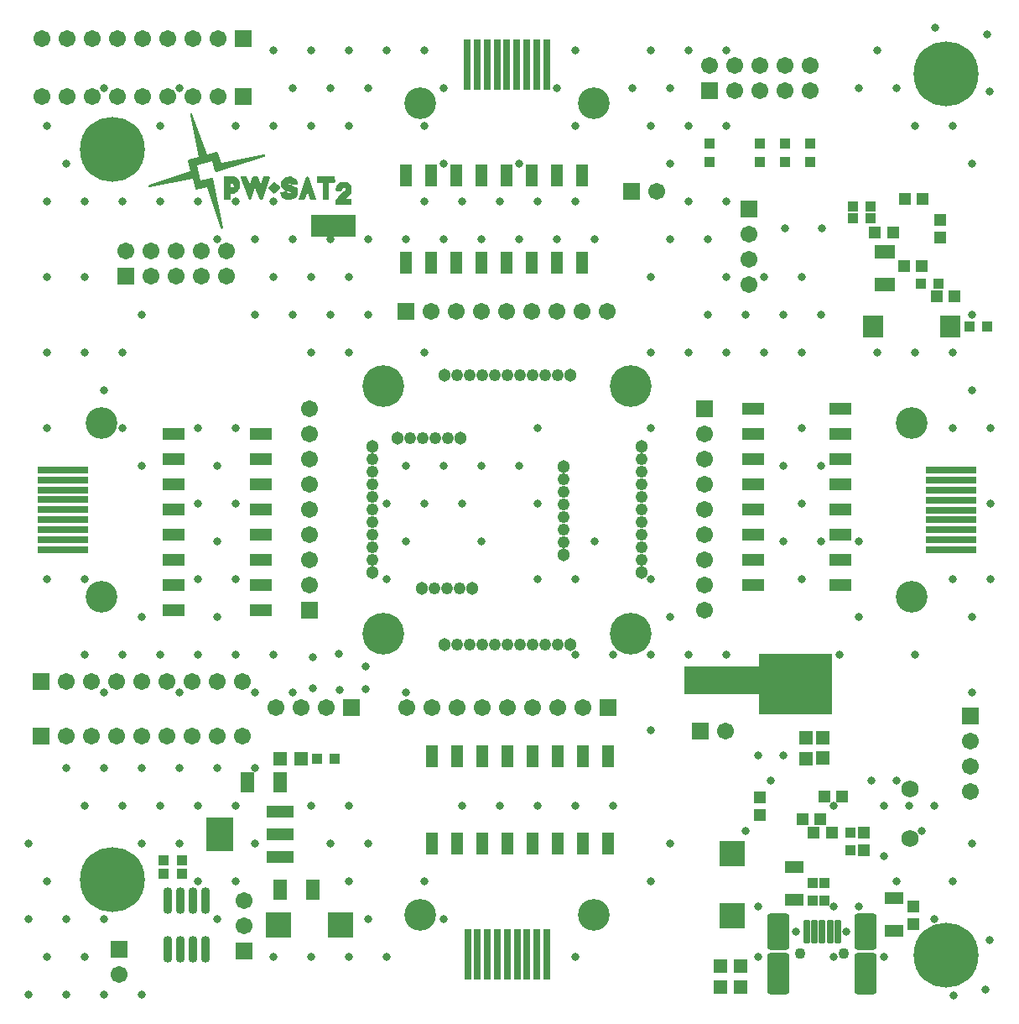
<source format=gts>
G04 Layer_Color=8388736*
%FSAX25Y25*%
%MOIN*%
G70*
G01*
G75*
%ADD69R,0.04540X0.04737*%
%ADD70R,0.04737X0.04540*%
%ADD71R,0.04343X0.04343*%
%ADD72R,0.20485X0.03162*%
%ADD73R,0.07493X0.05131*%
%ADD74R,0.07887X0.08674*%
%ADD75R,0.05131X0.08674*%
%ADD76R,0.08674X0.05131*%
%ADD77R,0.04343X0.04343*%
G04:AMPARAMS|DCode=78|XSize=165.48mil|YSize=88.71mil|CornerRadius=14.09mil|HoleSize=0mil|Usage=FLASHONLY|Rotation=90.000|XOffset=0mil|YOffset=0mil|HoleType=Round|Shape=RoundedRectangle|*
%AMROUNDEDRECTD78*
21,1,0.16548,0.06053,0,0,90.0*
21,1,0.13730,0.08871,0,0,90.0*
1,1,0.02818,0.03027,0.06865*
1,1,0.02818,0.03027,-0.06865*
1,1,0.02818,-0.03027,-0.06865*
1,1,0.02818,-0.03027,0.06865*
%
%ADD78ROUNDEDRECTD78*%
G04:AMPARAMS|DCode=79|XSize=145.79mil|YSize=88.71mil|CornerRadius=14.09mil|HoleSize=0mil|Usage=FLASHONLY|Rotation=90.000|XOffset=0mil|YOffset=0mil|HoleType=Round|Shape=RoundedRectangle|*
%AMROUNDEDRECTD79*
21,1,0.14579,0.06053,0,0,90.0*
21,1,0.11762,0.08871,0,0,90.0*
1,1,0.02818,0.03027,0.05881*
1,1,0.02818,0.03027,-0.05881*
1,1,0.02818,-0.03027,-0.05881*
1,1,0.02818,-0.03027,0.05881*
%
%ADD79ROUNDEDRECTD79*%
G04:AMPARAMS|DCode=80|XSize=96.58mil|YSize=27.68mil|CornerRadius=6.46mil|HoleSize=0mil|Usage=FLASHONLY|Rotation=90.000|XOffset=0mil|YOffset=0mil|HoleType=Round|Shape=RoundedRectangle|*
%AMROUNDEDRECTD80*
21,1,0.09658,0.01476,0,0,90.0*
21,1,0.08366,0.02768,0,0,90.0*
1,1,0.01292,0.00738,0.04183*
1,1,0.01292,0.00738,-0.04183*
1,1,0.01292,-0.00738,-0.04183*
1,1,0.01292,-0.00738,0.04183*
%
%ADD80ROUNDEDRECTD80*%
%ADD81R,0.05524X0.05524*%
%ADD82R,0.05524X0.05524*%
%ADD83O,0.03556X0.10642*%
%ADD84R,0.03162X0.20485*%
%ADD85R,0.05328X0.07887*%
%ADD86R,0.10131X0.10367*%
%ADD87R,0.10642X0.13792*%
%ADD88R,0.10642X0.04737*%
%ADD89R,0.07887X0.05328*%
%ADD90R,0.10367X0.10131*%
%ADD91R,0.06706X0.06706*%
%ADD92C,0.06706*%
%ADD93C,0.25800*%
%ADD94C,0.12611*%
%ADD95R,0.06706X0.06706*%
%ADD96C,0.04900*%
%ADD97C,0.05131*%
%ADD98C,0.04343*%
%ADD99C,0.16548*%
%ADD100C,0.06800*%
%ADD101C,0.03300*%
G36*
X0071209Y0354275D02*
X0071211Y0354275D01*
X0071236Y0354272D01*
X0071259Y0354270D01*
X0071261Y0354269D01*
X0071263Y0354269D01*
X0071287Y0354263D01*
X0071310Y0354257D01*
X0071312Y0354257D01*
X0071314Y0354256D01*
X0071337Y0354247D01*
X0071359Y0354238D01*
X0071360Y0354237D01*
X0071363Y0354237D01*
X0071384Y0354225D01*
X0071405Y0354213D01*
X0071406Y0354212D01*
X0071408Y0354211D01*
X0071428Y0354196D01*
X0071447Y0354182D01*
X0071448Y0354181D01*
X0071450Y0354179D01*
X0071467Y0354163D01*
X0071485Y0354146D01*
X0071486Y0354144D01*
X0071488Y0354143D01*
X0071502Y0354124D01*
X0071518Y0354105D01*
X0071519Y0354103D01*
X0071520Y0354102D01*
X0071533Y0354081D01*
X0071545Y0354061D01*
X0071546Y0354058D01*
X0071547Y0354057D01*
X0071556Y0354035D01*
X0071566Y0354012D01*
X0077444Y0337947D01*
X0081297Y0338865D01*
X0081308Y0338867D01*
X0081319Y0338869D01*
X0081334Y0338871D01*
X0081349Y0338874D01*
X0081360Y0338874D01*
X0081371Y0338875D01*
X0081386Y0338875D01*
X0081401Y0338876D01*
X0081412Y0338874D01*
X0081424Y0338874D01*
X0081438Y0338872D01*
X0081453Y0338871D01*
X0081464Y0338868D01*
X0081476Y0338866D01*
X0081490Y0338862D01*
X0081504Y0338859D01*
X0081515Y0338855D01*
X0081526Y0338852D01*
X0081540Y0338846D01*
X0081554Y0338841D01*
X0081564Y0338835D01*
X0081574Y0338831D01*
X0081587Y0338823D01*
X0081600Y0338816D01*
X0081609Y0338810D01*
X0081619Y0338804D01*
X0081630Y0338794D01*
X0081643Y0338786D01*
X0081651Y0338778D01*
X0081660Y0338771D01*
X0081670Y0338760D01*
X0081681Y0338750D01*
X0081688Y0338741D01*
X0081696Y0338733D01*
X0081705Y0338721D01*
X0081714Y0338710D01*
X0081721Y0338700D01*
X0081727Y0338691D01*
X0081735Y0338678D01*
X0081742Y0338665D01*
X0081747Y0338655D01*
X0081753Y0338645D01*
X0081758Y0338631D01*
X0081764Y0338618D01*
X0081768Y0338607D01*
X0081772Y0338596D01*
X0083064Y0334537D01*
X0100113Y0337868D01*
X0100117Y0337869D01*
X0100121Y0337870D01*
X0100143Y0337872D01*
X0100165Y0337875D01*
X0100169Y0337875D01*
X0100173Y0337875D01*
X0100195Y0337875D01*
X0100217Y0337875D01*
X0100222Y0337874D01*
X0100226Y0337874D01*
X0100248Y0337871D01*
X0100269Y0337868D01*
X0100273Y0337867D01*
X0100277Y0337866D01*
X0100299Y0337860D01*
X0100320Y0337854D01*
X0100324Y0337852D01*
X0100328Y0337851D01*
X0100348Y0337842D01*
X0100368Y0337834D01*
X0100372Y0337832D01*
X0100376Y0337830D01*
X0100394Y0337819D01*
X0100414Y0337807D01*
X0100417Y0337805D01*
X0100420Y0337803D01*
X0100437Y0337789D01*
X0100455Y0337775D01*
X0100458Y0337772D01*
X0100461Y0337770D01*
X0100477Y0337754D01*
X0100492Y0337738D01*
X0100495Y0337735D01*
X0100497Y0337732D01*
X0100511Y0337714D01*
X0100524Y0337696D01*
X0100526Y0337693D01*
X0100528Y0337689D01*
X0100539Y0337670D01*
X0100550Y0337651D01*
X0100551Y0337647D01*
X0100554Y0337643D01*
X0100561Y0337623D01*
X0100570Y0337602D01*
X0100571Y0337598D01*
X0100572Y0337594D01*
X0100577Y0337573D01*
X0100583Y0337552D01*
X0100584Y0337547D01*
X0100585Y0337543D01*
X0100587Y0337522D01*
X0100590Y0337500D01*
X0100590Y0337495D01*
X0100590Y0337491D01*
X0100590Y0337469D01*
X0100590Y0337447D01*
X0100589Y0337443D01*
X0100589Y0337439D01*
X0100586Y0337417D01*
X0100583Y0337395D01*
X0100582Y0337391D01*
X0100581Y0337387D01*
X0100575Y0337366D01*
X0100569Y0337345D01*
X0100567Y0337341D01*
X0100566Y0337337D01*
X0100557Y0337316D01*
X0100549Y0337296D01*
X0100547Y0337293D01*
X0100545Y0337289D01*
X0100533Y0337270D01*
X0100522Y0337251D01*
X0100520Y0337248D01*
X0100517Y0337244D01*
X0100504Y0337227D01*
X0100490Y0337210D01*
X0100487Y0337207D01*
X0100485Y0337203D01*
X0100469Y0337188D01*
X0100453Y0337173D01*
X0100450Y0337170D01*
X0100447Y0337167D01*
X0100429Y0337154D01*
X0100411Y0337141D01*
X0100408Y0337139D01*
X0100404Y0337136D01*
X0100385Y0337126D01*
X0100366Y0337115D01*
X0100362Y0337113D01*
X0100358Y0337111D01*
X0100338Y0337103D01*
X0100317Y0337095D01*
X0100313Y0337094D01*
X0100309Y0337092D01*
X0081109Y0331092D01*
X0081096Y0331089D01*
X0081083Y0331085D01*
X0081070Y0331083D01*
X0081058Y0331080D01*
X0081045Y0331078D01*
X0081031Y0331076D01*
X0081019Y0331076D01*
X0081006Y0331074D01*
X0080992Y0331075D01*
X0080979Y0331074D01*
X0080966Y0331075D01*
X0080954Y0331076D01*
X0080940Y0331078D01*
X0080926Y0331079D01*
X0080914Y0331082D01*
X0080902Y0331084D01*
X0080889Y0331088D01*
X0080875Y0331091D01*
X0080864Y0331095D01*
X0080852Y0331099D01*
X0080839Y0331104D01*
X0080826Y0331109D01*
X0080815Y0331115D01*
X0080804Y0331120D01*
X0080792Y0331127D01*
X0080780Y0331133D01*
X0080770Y0331140D01*
X0080759Y0331147D01*
X0080748Y0331156D01*
X0080737Y0331164D01*
X0080728Y0331172D01*
X0080718Y0331180D01*
X0080709Y0331190D01*
X0080699Y0331199D01*
X0080691Y0331209D01*
X0080682Y0331218D01*
X0080674Y0331229D01*
X0080665Y0331240D01*
X0080658Y0331250D01*
X0080651Y0331260D01*
X0080645Y0331273D01*
X0080637Y0331284D01*
X0080632Y0331295D01*
X0080626Y0331306D01*
X0080621Y0331319D01*
X0080615Y0331332D01*
X0080612Y0331344D01*
X0080607Y0331355D01*
X0080604Y0331369D01*
X0080600Y0331382D01*
X0079692Y0335195D01*
X0073472Y0333774D01*
X0074891Y0327747D01*
X0079308Y0328667D01*
X0079308Y0328667D01*
X0079309Y0328667D01*
X0079334Y0328671D01*
X0079360Y0328675D01*
X0079360D01*
X0079361Y0328675D01*
X0079386Y0328675D01*
X0079412Y0328675D01*
X0079413Y0328675D01*
X0079413D01*
X0079439Y0328672D01*
X0079464Y0328669D01*
X0079465Y0328669D01*
X0079465Y0328668D01*
X0079491Y0328662D01*
X0079515Y0328656D01*
X0079516Y0328655D01*
X0079516Y0328655D01*
X0079540Y0328646D01*
X0079564Y0328636D01*
X0079564Y0328636D01*
X0079564Y0328636D01*
X0079587Y0328623D01*
X0079610Y0328610D01*
X0079610Y0328610D01*
X0079610Y0328610D01*
X0079632Y0328593D01*
X0079651Y0328579D01*
X0079652Y0328578D01*
X0079652Y0328578D01*
X0079671Y0328560D01*
X0079689Y0328542D01*
X0079689Y0328541D01*
X0079689Y0328541D01*
X0079705Y0328521D01*
X0079721Y0328501D01*
X0079721Y0328500D01*
X0079721Y0328500D01*
X0079734Y0328479D01*
X0079748Y0328455D01*
X0079748Y0328455D01*
X0079748Y0328455D01*
X0079758Y0328432D01*
X0079768Y0328407D01*
X0079768Y0328407D01*
X0079768Y0328406D01*
X0079775Y0328381D01*
X0079782Y0328357D01*
X0079782Y0328356D01*
X0079782Y0328356D01*
X0083782Y0308956D01*
X0083783Y0308954D01*
X0083783Y0308952D01*
X0083786Y0308928D01*
X0083790Y0308904D01*
X0083790Y0308902D01*
X0083790Y0308900D01*
X0083790Y0308876D01*
X0083790Y0308851D01*
X0083790Y0308850D01*
Y0308848D01*
X0083786Y0308824D01*
X0083784Y0308799D01*
X0083783Y0308798D01*
X0083783Y0308796D01*
X0083776Y0308773D01*
X0083770Y0308749D01*
X0083770Y0308747D01*
X0083769Y0308745D01*
X0083760Y0308723D01*
X0083750Y0308700D01*
X0083750Y0308698D01*
X0083749Y0308697D01*
X0083737Y0308676D01*
X0083725Y0308654D01*
X0083723Y0308653D01*
X0083723Y0308651D01*
X0083708Y0308632D01*
X0083693Y0308613D01*
X0083692Y0308611D01*
X0083691Y0308610D01*
X0083673Y0308592D01*
X0083656Y0308575D01*
X0083655Y0308574D01*
X0083653Y0308573D01*
X0083634Y0308558D01*
X0083615Y0308543D01*
X0083613Y0308542D01*
X0083612Y0308541D01*
X0083591Y0308529D01*
X0083570Y0308517D01*
X0083568Y0308516D01*
X0083566Y0308515D01*
X0083544Y0308506D01*
X0083521Y0308496D01*
X0083520Y0308496D01*
X0083518Y0308495D01*
X0083495Y0308489D01*
X0083471Y0308482D01*
X0083469Y0308482D01*
X0083467Y0308482D01*
X0083443Y0308478D01*
X0083419Y0308475D01*
X0083417Y0308475D01*
X0083415Y0308475D01*
X0083391Y0308475D01*
X0083366Y0308475D01*
X0083365Y0308475D01*
X0083363D01*
X0083339Y0308478D01*
X0083314Y0308481D01*
X0083312Y0308482D01*
X0083311Y0308482D01*
X0083288Y0308488D01*
X0083264Y0308494D01*
X0083262Y0308495D01*
X0083260Y0308495D01*
X0083238Y0308505D01*
X0083215Y0308514D01*
X0083213Y0308515D01*
X0083212Y0308516D01*
X0083191Y0308528D01*
X0083169Y0308540D01*
X0083168Y0308541D01*
X0083166Y0308542D01*
X0083147Y0308557D01*
X0083128Y0308572D01*
X0083126Y0308573D01*
X0083125Y0308574D01*
X0083107Y0308592D01*
X0083090Y0308608D01*
X0083089Y0308610D01*
X0083088Y0308611D01*
X0083073Y0308631D01*
X0083058Y0308650D01*
X0083057Y0308651D01*
X0083056Y0308653D01*
X0083044Y0308674D01*
X0083031Y0308695D01*
X0083031Y0308697D01*
X0083030Y0308698D01*
X0083021Y0308721D01*
X0083011Y0308743D01*
X0083011Y0308745D01*
X0083010Y0308747D01*
X0077525Y0325007D01*
X0073275Y0324083D01*
X0073259Y0324081D01*
X0073244Y0324078D01*
X0073233Y0324077D01*
X0073223Y0324075D01*
X0073207Y0324075D01*
X0073191Y0324074D01*
X0073181Y0324075D01*
X0073171Y0324074D01*
X0073155Y0324076D01*
X0073139Y0324077D01*
X0073129Y0324079D01*
X0073119Y0324080D01*
X0073103Y0324084D01*
X0073088Y0324087D01*
X0073078Y0324091D01*
X0073068Y0324093D01*
X0073053Y0324099D01*
X0073038Y0324104D01*
X0073029Y0324108D01*
X0073019Y0324112D01*
X0073005Y0324120D01*
X0072991Y0324127D01*
X0072982Y0324132D01*
X0072973Y0324138D01*
X0072960Y0324147D01*
X0072947Y0324156D01*
X0072939Y0324163D01*
X0072931Y0324169D01*
X0072919Y0324180D01*
X0072908Y0324190D01*
X0072901Y0324198D01*
X0072893Y0324205D01*
X0072883Y0324218D01*
X0072873Y0324229D01*
X0072867Y0324238D01*
X0072860Y0324246D01*
X0072852Y0324260D01*
X0072843Y0324273D01*
X0072839Y0324282D01*
X0072834Y0324291D01*
X0072827Y0324306D01*
X0072820Y0324320D01*
X0072817Y0324330D01*
X0072812Y0324339D01*
X0072808Y0324354D01*
X0072803Y0324369D01*
X0071701Y0328410D01*
X0054667Y0325081D01*
X0054666Y0325081D01*
X0054666Y0325081D01*
X0054641Y0325078D01*
X0054615Y0325075D01*
X0054614D01*
X0054614Y0325075D01*
X0054589Y0325075D01*
X0054562Y0325075D01*
X0054562Y0325075D01*
X0054561D01*
X0054536Y0325078D01*
X0054510Y0325082D01*
X0054510Y0325082D01*
X0054509Y0325082D01*
X0054482Y0325090D01*
X0054460Y0325096D01*
X0054459Y0325096D01*
X0054459Y0325096D01*
X0054434Y0325107D01*
X0054411Y0325116D01*
X0054411Y0325116D01*
X0054410Y0325116D01*
X0054390Y0325129D01*
X0054366Y0325142D01*
X0054366Y0325143D01*
X0054365Y0325143D01*
X0054348Y0325156D01*
X0054325Y0325174D01*
X0054324Y0325175D01*
X0054324Y0325175D01*
X0054306Y0325193D01*
X0054287Y0325212D01*
X0054287Y0325212D01*
X0054287Y0325212D01*
X0054271Y0325233D01*
X0054256Y0325253D01*
X0054255Y0325254D01*
X0054255Y0325254D01*
X0054243Y0325275D01*
X0054230Y0325299D01*
X0054229Y0325299D01*
X0054229Y0325300D01*
X0054219Y0325324D01*
X0054210Y0325347D01*
X0054210Y0325348D01*
X0054210Y0325348D01*
X0054203Y0325373D01*
X0054196Y0325398D01*
X0054196Y0325398D01*
X0054196Y0325399D01*
X0054193Y0325426D01*
X0054190Y0325450D01*
Y0325450D01*
X0054190Y0325451D01*
X0054190Y0325478D01*
X0054190Y0325502D01*
X0054190Y0325503D01*
Y0325503D01*
X0054193Y0325529D01*
X0054197Y0325554D01*
X0054197Y0325555D01*
X0054197Y0325555D01*
X0054204Y0325582D01*
X0054211Y0325605D01*
X0054211Y0325605D01*
X0054211Y0325606D01*
X0054222Y0325633D01*
X0054231Y0325653D01*
X0054231Y0325654D01*
X0054231Y0325654D01*
X0054244Y0325677D01*
X0054257Y0325699D01*
X0054258Y0325699D01*
X0054258Y0325699D01*
X0054271Y0325717D01*
X0054289Y0325740D01*
X0054290Y0325741D01*
X0054290Y0325741D01*
X0054308Y0325759D01*
X0054326Y0325777D01*
X0054327Y0325777D01*
X0054327Y0325778D01*
X0054349Y0325794D01*
X0054368Y0325809D01*
X0054369Y0325809D01*
X0054369Y0325809D01*
X0054390Y0325821D01*
X0054414Y0325835D01*
X0054414Y0325835D01*
X0054414Y0325835D01*
X0054438Y0325845D01*
X0054462Y0325855D01*
X0054463Y0325855D01*
X0054463Y0325855D01*
X0070918Y0331340D01*
X0069999Y0335386D01*
X0069997Y0335395D01*
X0069995Y0335404D01*
X0069993Y0335421D01*
X0069991Y0335438D01*
X0069990Y0335447D01*
X0069989Y0335456D01*
X0069990Y0335473D01*
X0069989Y0335490D01*
X0069990Y0335499D01*
X0069990Y0335509D01*
X0069993Y0335525D01*
X0069995Y0335542D01*
X0069997Y0335551D01*
X0069998Y0335560D01*
X0070003Y0335577D01*
X0070007Y0335593D01*
X0070010Y0335602D01*
X0070013Y0335611D01*
X0070020Y0335627D01*
X0070026Y0335642D01*
X0070030Y0335650D01*
X0070034Y0335659D01*
X0070042Y0335673D01*
X0070051Y0335688D01*
X0070056Y0335696D01*
X0070061Y0335704D01*
X0070071Y0335717D01*
X0070081Y0335731D01*
X0070088Y0335738D01*
X0070094Y0335745D01*
X0070106Y0335757D01*
X0070117Y0335769D01*
X0070125Y0335775D01*
X0070131Y0335781D01*
X0070145Y0335791D01*
X0070158Y0335802D01*
X0070166Y0335807D01*
X0070174Y0335812D01*
X0070188Y0335821D01*
X0070203Y0335829D01*
X0070211Y0335833D01*
X0070219Y0335838D01*
X0070235Y0335844D01*
X0070251Y0335851D01*
X0070260Y0335853D01*
X0070268Y0335857D01*
X0074322Y0337147D01*
X0070798Y0353792D01*
X0070794Y0353816D01*
X0070790Y0353839D01*
X0070790Y0353841D01*
X0070790Y0353844D01*
X0070790Y0353868D01*
X0070789Y0353892D01*
X0070789Y0353894D01*
X0070789Y0353896D01*
X0070792Y0353920D01*
X0070795Y0353944D01*
X0070795Y0353946D01*
X0070796Y0353948D01*
X0070802Y0353972D01*
X0070807Y0353995D01*
X0070808Y0353997D01*
X0070809Y0353999D01*
X0070818Y0354022D01*
X0070826Y0354044D01*
X0070827Y0354046D01*
X0070828Y0354048D01*
X0070840Y0354069D01*
X0070851Y0354090D01*
X0070853Y0354091D01*
X0070854Y0354093D01*
X0070868Y0354113D01*
X0070882Y0354132D01*
X0070884Y0354134D01*
X0070885Y0354135D01*
X0070902Y0354153D01*
X0070919Y0354170D01*
X0070920Y0354171D01*
X0070922Y0354173D01*
X0070941Y0354188D01*
X0070959Y0354203D01*
X0070961Y0354204D01*
X0070963Y0354205D01*
X0070984Y0354218D01*
X0071004Y0354230D01*
X0071006Y0354231D01*
X0071008Y0354232D01*
X0071030Y0354242D01*
X0071052Y0354251D01*
X0071054Y0354252D01*
X0071056Y0354253D01*
X0071080Y0354259D01*
X0071102Y0354266D01*
X0071105Y0354266D01*
X0071107Y0354267D01*
X0071131Y0354271D01*
X0071154Y0354274D01*
X0071156Y0354274D01*
X0071159Y0354274D01*
X0071183Y0354275D01*
X0071207Y0354275D01*
X0071209Y0354275D01*
D02*
G37*
G36*
X0110810Y0329275D02*
X0110818Y0329275D01*
X0110836Y0329272D01*
X0110854Y0329270D01*
X0110862Y0329269D01*
X0110870Y0329268D01*
X0110888Y0329263D01*
X0110906Y0329259D01*
X0110913Y0329256D01*
X0110921Y0329254D01*
X0110938Y0329246D01*
X0110955Y0329240D01*
X0110962Y0329237D01*
X0110969Y0329233D01*
X0112569Y0328433D01*
X0112581Y0328426D01*
X0112594Y0328420D01*
X0112604Y0328413D01*
X0112614Y0328407D01*
X0112626Y0328398D01*
X0112637Y0328390D01*
X0112646Y0328382D01*
X0112656Y0328375D01*
X0112666Y0328365D01*
X0112676Y0328355D01*
X0112684Y0328346D01*
X0112693Y0328337D01*
X0112701Y0328326D01*
X0112710Y0328315D01*
X0113311Y0327515D01*
X0113324Y0327495D01*
X0113337Y0327475D01*
X0113338Y0327473D01*
X0113339Y0327471D01*
X0113349Y0327450D01*
X0113360Y0327428D01*
X0113361Y0327426D01*
X0113362Y0327424D01*
X0113369Y0327401D01*
X0113377Y0327379D01*
X0113377Y0327376D01*
X0113378Y0327374D01*
X0113382Y0327351D01*
X0113387Y0327327D01*
X0113387Y0327325D01*
X0113388Y0327323D01*
X0113389Y0327299D01*
X0113391Y0327275D01*
Y0326275D01*
X0113387Y0326222D01*
X0113377Y0326171D01*
X0113360Y0326121D01*
X0113337Y0326074D01*
X0113308Y0326031D01*
X0113273Y0325991D01*
X0113234Y0325957D01*
X0113190Y0325928D01*
X0113143Y0325904D01*
X0113093Y0325888D01*
X0113042Y0325877D01*
X0112990Y0325874D01*
X0111390D01*
X0111337Y0325877D01*
X0111286Y0325888D01*
X0111236Y0325904D01*
X0111189Y0325928D01*
X0111146Y0325957D01*
X0111106Y0325991D01*
X0110624Y0326474D01*
X0109718D01*
X0109655Y0326159D01*
X0110700Y0325860D01*
X0110708Y0325857D01*
X0110716Y0325855D01*
X0111916Y0325455D01*
X0111929Y0325450D01*
X0111942Y0325446D01*
X0111953Y0325440D01*
X0111965Y0325435D01*
X0111977Y0325429D01*
X0111989Y0325423D01*
X0113389Y0324623D01*
X0113389Y0324622D01*
X0113390Y0324622D01*
X0113411Y0324608D01*
X0113432Y0324594D01*
X0113433Y0324593D01*
X0113434Y0324593D01*
X0113452Y0324577D01*
X0113472Y0324559D01*
X0113473Y0324559D01*
X0113473Y0324558D01*
X0113489Y0324540D01*
X0113507Y0324520D01*
X0113507Y0324519D01*
X0113508Y0324519D01*
X0113521Y0324499D01*
X0113536Y0324477D01*
X0113536Y0324476D01*
X0113537Y0324475D01*
X0113548Y0324453D01*
X0113559Y0324430D01*
X0113560Y0324429D01*
X0113560Y0324428D01*
X0113568Y0324404D01*
X0113576Y0324380D01*
X0113577Y0324379D01*
X0113577Y0324379D01*
X0113582Y0324354D01*
X0113587Y0324329D01*
X0113587Y0324328D01*
X0113587Y0324327D01*
X0113589Y0324301D01*
X0113591Y0324277D01*
X0113591Y0324276D01*
X0113591Y0324275D01*
Y0322075D01*
X0113590Y0322062D01*
X0113590Y0322049D01*
X0113588Y0322036D01*
X0113587Y0322023D01*
X0113585Y0322010D01*
X0113583Y0321997D01*
X0113580Y0321984D01*
X0113577Y0321971D01*
X0113573Y0321959D01*
X0113569Y0321946D01*
X0113564Y0321934D01*
X0113560Y0321921D01*
X0113554Y0321910D01*
X0113549Y0321898D01*
X0113543Y0321886D01*
X0113537Y0321874D01*
X0113530Y0321864D01*
X0113523Y0321852D01*
X0112723Y0320652D01*
X0112711Y0320636D01*
X0112699Y0320620D01*
X0112695Y0320616D01*
X0112691Y0320611D01*
X0112677Y0320597D01*
X0112663Y0320582D01*
X0112659Y0320578D01*
X0112654Y0320574D01*
X0112638Y0320562D01*
X0112623Y0320549D01*
X0112618Y0320546D01*
X0112613Y0320542D01*
X0112595Y0320532D01*
X0112578Y0320521D01*
X0112573Y0320518D01*
X0112567Y0320515D01*
X0112549Y0320508D01*
X0112531Y0320499D01*
X0110931Y0319900D01*
X0110915Y0319895D01*
X0110899Y0319889D01*
X0110889Y0319887D01*
X0110880Y0319884D01*
X0110864Y0319882D01*
X0110848Y0319878D01*
X0110838Y0319877D01*
X0110829Y0319876D01*
X0110812Y0319875D01*
X0110795Y0319874D01*
X0110786Y0319875D01*
X0110776Y0319874D01*
X0110760Y0319876D01*
X0110743Y0319877D01*
X0109043Y0320077D01*
X0109043Y0320077D01*
X0109042Y0320077D01*
X0109013Y0320082D01*
X0108991Y0320086D01*
X0108991Y0320086D01*
X0108991Y0320086D01*
X0108963Y0320095D01*
X0108941Y0320102D01*
X0108941Y0320103D01*
X0108941Y0320103D01*
X0107441Y0320703D01*
X0107432Y0320707D01*
X0107424Y0320710D01*
X0107409Y0320718D01*
X0107394Y0320725D01*
X0107386Y0320730D01*
X0107378Y0320735D01*
X0107364Y0320745D01*
X0107350Y0320754D01*
X0107343Y0320760D01*
X0107335Y0320765D01*
X0107323Y0320777D01*
X0107310Y0320788D01*
X0107304Y0320795D01*
X0107297Y0320801D01*
X0107286Y0320814D01*
X0107275Y0320827D01*
X0107270Y0320834D01*
X0107264Y0320842D01*
X0107255Y0320856D01*
X0107245Y0320870D01*
X0107241Y0320878D01*
X0107236Y0320886D01*
X0107229Y0320902D01*
X0107221Y0320917D01*
X0107218Y0320926D01*
X0107214Y0320934D01*
X0106614Y0322534D01*
X0106606Y0322561D01*
X0106599Y0322583D01*
X0106599Y0322584D01*
X0106599Y0322584D01*
X0106595Y0322611D01*
X0106591Y0322635D01*
X0106591Y0322635D01*
X0106591Y0322636D01*
X0106590Y0322663D01*
X0106589Y0322687D01*
X0106589Y0322688D01*
X0106589Y0322688D01*
X0106592Y0322714D01*
X0106594Y0322740D01*
X0106594Y0322740D01*
X0106594Y0322741D01*
X0106600Y0322764D01*
X0106606Y0322791D01*
X0106606Y0322791D01*
X0106606Y0322792D01*
X0106616Y0322816D01*
X0106624Y0322840D01*
X0106625Y0322840D01*
X0106625Y0322841D01*
X0106639Y0322866D01*
X0106649Y0322886D01*
X0106649Y0322886D01*
X0106650Y0322887D01*
X0106665Y0322908D01*
X0106679Y0322929D01*
X0106680Y0322929D01*
X0106680Y0322930D01*
X0106698Y0322948D01*
X0106715Y0322967D01*
X0106716Y0322967D01*
X0106716Y0322968D01*
X0106738Y0322986D01*
X0106756Y0323000D01*
X0106756Y0323001D01*
X0106757Y0323001D01*
X0106778Y0323014D01*
X0106800Y0323028D01*
X0106801Y0323028D01*
X0106801Y0323028D01*
X0106824Y0323039D01*
X0106848Y0323050D01*
X0106849Y0323050D01*
X0106849Y0323050D01*
X0106876Y0323058D01*
X0106898Y0323065D01*
X0106899Y0323065D01*
X0106899Y0323065D01*
X0106926Y0323070D01*
X0106950Y0323074D01*
X0106951Y0323074D01*
X0106951Y0323074D01*
X0106951D01*
X0108950Y0323274D01*
X0108958Y0323274D01*
X0108966Y0323275D01*
X0108984Y0323275D01*
X0109002Y0323275D01*
X0109010Y0323275D01*
X0109018Y0323275D01*
X0109036Y0323272D01*
X0109055Y0323270D01*
X0109062Y0323269D01*
X0109070Y0323268D01*
X0109088Y0323263D01*
X0109106Y0323259D01*
X0109113Y0323256D01*
X0109121Y0323254D01*
X0109137Y0323247D01*
X0109155Y0323240D01*
X0109162Y0323236D01*
X0109169Y0323233D01*
X0109185Y0323224D01*
X0109201Y0323216D01*
X0109207Y0323211D01*
X0109214Y0323207D01*
X0109229Y0323196D01*
X0109244Y0323185D01*
X0109249Y0323180D01*
X0109256Y0323175D01*
X0109269Y0323162D01*
X0109282Y0323149D01*
X0109287Y0323143D01*
X0109293Y0323137D01*
X0109304Y0323123D01*
X0109315Y0323109D01*
X0109319Y0323102D01*
X0109324Y0323096D01*
X0109333Y0323080D01*
X0109343Y0323064D01*
X0109346Y0323057D01*
X0109350Y0323050D01*
X0109357Y0323033D01*
X0109365Y0323017D01*
X0109367Y0323009D01*
X0109370Y0323002D01*
X0109479Y0322676D01*
X0110868D01*
X0111034Y0322786D01*
X0110938Y0322930D01*
X0109734Y0323274D01*
X0109190Y0323274D01*
X0109177Y0323275D01*
X0109164Y0323275D01*
X0109151Y0323276D01*
X0109137Y0323277D01*
X0109125Y0323280D01*
X0109112Y0323282D01*
X0109099Y0323285D01*
X0109086Y0323288D01*
X0109074Y0323292D01*
X0109061Y0323295D01*
X0109049Y0323300D01*
X0109036Y0323304D01*
X0109025Y0323310D01*
X0109013Y0323315D01*
X0109001Y0323322D01*
X0108989Y0323328D01*
X0108979Y0323335D01*
X0108967Y0323341D01*
X0107767Y0324141D01*
X0107767Y0324142D01*
X0107767Y0324142D01*
X0107746Y0324158D01*
X0107726Y0324173D01*
X0107726Y0324173D01*
X0107725Y0324174D01*
X0107706Y0324193D01*
X0107689Y0324210D01*
X0107688Y0324211D01*
X0107688Y0324211D01*
X0107673Y0324231D01*
X0107657Y0324252D01*
X0107657Y0324252D01*
X0107656Y0324252D01*
X0106856Y0325452D01*
X0106850Y0325463D01*
X0106844Y0325472D01*
X0106837Y0325485D01*
X0106830Y0325498D01*
X0106826Y0325509D01*
X0106820Y0325519D01*
X0106816Y0325533D01*
X0106810Y0325546D01*
X0106807Y0325557D01*
X0106803Y0325569D01*
X0106800Y0325583D01*
X0106797Y0325597D01*
X0106795Y0325608D01*
X0106793Y0325620D01*
X0106792Y0325635D01*
X0106790Y0325649D01*
X0106790Y0325661D01*
X0106789Y0325672D01*
X0106790Y0325687D01*
X0106790Y0325701D01*
X0106791Y0325713D01*
X0106792Y0325725D01*
X0106992Y0327325D01*
X0106992Y0327326D01*
X0106992Y0327327D01*
X0106997Y0327352D01*
X0107002Y0327376D01*
X0107002Y0327377D01*
X0107003Y0327379D01*
X0107011Y0327403D01*
X0107018Y0327426D01*
X0107019Y0327427D01*
X0107019Y0327428D01*
X0107031Y0327451D01*
X0107041Y0327473D01*
X0107042Y0327474D01*
X0107043Y0327475D01*
X0107056Y0327496D01*
X0107070Y0327517D01*
X0107071Y0327518D01*
X0107072Y0327519D01*
X0107089Y0327538D01*
X0107105Y0327556D01*
X0107105Y0327557D01*
X0107106Y0327558D01*
X0108506Y0328958D01*
X0108511Y0328962D01*
X0108515Y0328967D01*
X0108531Y0328980D01*
X0108546Y0328993D01*
X0108551Y0328996D01*
X0108556Y0329000D01*
X0108573Y0329011D01*
X0108589Y0329022D01*
X0108595Y0329025D01*
X0108600Y0329028D01*
X0108618Y0329036D01*
X0108636Y0329045D01*
X0108642Y0329047D01*
X0108648Y0329050D01*
X0108667Y0329056D01*
X0108686Y0329062D01*
X0108692Y0329063D01*
X0108698Y0329065D01*
X0108718Y0329068D01*
X0108737Y0329072D01*
X0108744Y0329073D01*
X0108750Y0329074D01*
X0110750Y0329274D01*
X0110758Y0329274D01*
X0110766Y0329275D01*
X0110784Y0329275D01*
X0110802Y0329275D01*
X0110810Y0329275D01*
D02*
G37*
G36*
X0117360Y0329175D02*
X0117369Y0329175D01*
X0117386Y0329172D01*
X0117403Y0329171D01*
X0117412Y0329169D01*
X0117421Y0329167D01*
X0117437Y0329163D01*
X0117454Y0329159D01*
X0117463Y0329156D01*
X0117471Y0329153D01*
X0117487Y0329147D01*
X0117503Y0329141D01*
X0117511Y0329137D01*
X0117519Y0329133D01*
X0117534Y0329124D01*
X0117550Y0329116D01*
X0117557Y0329111D01*
X0117565Y0329107D01*
X0117578Y0329096D01*
X0117593Y0329086D01*
X0117599Y0329080D01*
X0117606Y0329074D01*
X0117618Y0329062D01*
X0117631Y0329050D01*
X0117637Y0329043D01*
X0117643Y0329037D01*
X0117653Y0329023D01*
X0117664Y0329010D01*
X0117669Y0329002D01*
X0117675Y0328995D01*
X0117683Y0328980D01*
X0117692Y0328966D01*
X0117696Y0328958D01*
X0117701Y0328950D01*
X0117707Y0328934D01*
X0117714Y0328918D01*
X0120964Y0320418D01*
X0120970Y0320398D01*
X0120977Y0320378D01*
X0120978Y0320373D01*
X0120980Y0320368D01*
X0120983Y0320347D01*
X0120987Y0320327D01*
X0120988Y0320322D01*
X0120989Y0320316D01*
X0120989Y0320295D01*
X0120991Y0320275D01*
X0120990Y0320269D01*
X0120991Y0320264D01*
X0120989Y0320243D01*
X0120987Y0320222D01*
X0120986Y0320217D01*
X0120986Y0320212D01*
X0120981Y0320191D01*
X0120977Y0320171D01*
X0120975Y0320166D01*
X0120974Y0320160D01*
X0120967Y0320141D01*
X0120960Y0320121D01*
X0120958Y0320116D01*
X0120956Y0320111D01*
X0120946Y0320093D01*
X0120937Y0320074D01*
X0120934Y0320070D01*
X0120931Y0320065D01*
X0120919Y0320048D01*
X0120908Y0320031D01*
X0120904Y0320027D01*
X0120901Y0320022D01*
X0120887Y0320007D01*
X0120873Y0319991D01*
X0120869Y0319988D01*
X0120865Y0319984D01*
X0120849Y0319970D01*
X0120834Y0319957D01*
X0120829Y0319954D01*
X0120825Y0319950D01*
X0120807Y0319939D01*
X0120790Y0319928D01*
X0120785Y0319925D01*
X0120781Y0319922D01*
X0120762Y0319914D01*
X0120743Y0319904D01*
X0120738Y0319903D01*
X0120733Y0319900D01*
X0120713Y0319894D01*
X0120694Y0319888D01*
X0120688Y0319886D01*
X0120683Y0319885D01*
X0120662Y0319881D01*
X0120642Y0319877D01*
X0120637Y0319877D01*
X0120631Y0319876D01*
X0120610Y0319875D01*
X0120590Y0319874D01*
X0118990D01*
X0118965Y0319876D01*
X0118940Y0319877D01*
X0118939Y0319877D01*
X0118937Y0319877D01*
X0118913Y0319882D01*
X0118888Y0319887D01*
X0118887Y0319887D01*
X0118886Y0319888D01*
X0118862Y0319896D01*
X0118839Y0319904D01*
X0118837Y0319904D01*
X0118836Y0319904D01*
X0118814Y0319916D01*
X0118791Y0319927D01*
X0118790Y0319927D01*
X0118789Y0319928D01*
X0118769Y0319941D01*
X0118748Y0319955D01*
X0118747Y0319956D01*
X0118746Y0319957D01*
X0118727Y0319973D01*
X0118708Y0319990D01*
X0118707Y0319991D01*
X0118706Y0319991D01*
X0118691Y0320009D01*
X0118673Y0320029D01*
X0118673Y0320030D01*
X0118672Y0320031D01*
X0118658Y0320051D01*
X0118644Y0320072D01*
X0118643Y0320073D01*
X0118643Y0320074D01*
X0118632Y0320096D01*
X0118620Y0320119D01*
X0117390Y0323042D01*
X0116159Y0320119D01*
X0116148Y0320097D01*
X0116137Y0320074D01*
X0116136Y0320073D01*
X0116136Y0320072D01*
X0116122Y0320052D01*
X0116108Y0320031D01*
X0116107Y0320030D01*
X0116106Y0320029D01*
X0116090Y0320010D01*
X0116073Y0319991D01*
X0116072Y0319991D01*
X0116072Y0319990D01*
X0116053Y0319973D01*
X0116034Y0319957D01*
X0116033Y0319956D01*
X0116032Y0319955D01*
X0116011Y0319942D01*
X0115990Y0319928D01*
X0115989Y0319927D01*
X0115988Y0319927D01*
X0115966Y0319916D01*
X0115943Y0319904D01*
X0115942Y0319904D01*
X0115941Y0319904D01*
X0115918Y0319896D01*
X0115893Y0319888D01*
X0115892Y0319887D01*
X0115891Y0319887D01*
X0115868Y0319882D01*
X0115842Y0319877D01*
X0115841Y0319877D01*
X0115840Y0319877D01*
X0115816Y0319876D01*
X0115790Y0319874D01*
X0114390D01*
X0114375Y0319875D01*
X0114361Y0319875D01*
X0114349Y0319877D01*
X0114337Y0319877D01*
X0114323Y0319880D01*
X0114309Y0319882D01*
X0114297Y0319885D01*
X0114286Y0319888D01*
X0114272Y0319892D01*
X0114258Y0319896D01*
X0114248Y0319901D01*
X0114236Y0319904D01*
X0114223Y0319911D01*
X0114210Y0319917D01*
X0114200Y0319922D01*
X0114189Y0319928D01*
X0114177Y0319936D01*
X0114165Y0319943D01*
X0114155Y0319950D01*
X0114146Y0319957D01*
X0114135Y0319966D01*
X0114123Y0319975D01*
X0114115Y0319984D01*
X0114106Y0319991D01*
X0114097Y0320002D01*
X0114087Y0320013D01*
X0114079Y0320022D01*
X0114072Y0320031D01*
X0114064Y0320043D01*
X0114055Y0320054D01*
X0114049Y0320065D01*
X0114043Y0320074D01*
X0114036Y0320087D01*
X0114029Y0320100D01*
X0114025Y0320111D01*
X0114019Y0320121D01*
X0114015Y0320135D01*
X0114009Y0320148D01*
X0114006Y0320160D01*
X0114003Y0320171D01*
X0114000Y0320185D01*
X0113996Y0320199D01*
X0113995Y0320211D01*
X0113992Y0320222D01*
X0113991Y0320237D01*
X0113990Y0320251D01*
X0113990Y0320263D01*
X0113989Y0320275D01*
X0113990Y0320289D01*
X0113990Y0320304D01*
X0113992Y0320315D01*
X0113992Y0320327D01*
X0113995Y0320341D01*
X0113997Y0320356D01*
X0114000Y0320367D01*
X0114003Y0320378D01*
X0114007Y0320392D01*
X0114011Y0320406D01*
X0116961Y0328906D01*
X0116968Y0328922D01*
X0116974Y0328938D01*
X0116978Y0328946D01*
X0116981Y0328955D01*
X0116990Y0328970D01*
X0116998Y0328985D01*
X0117003Y0328992D01*
X0117008Y0329000D01*
X0117019Y0329013D01*
X0117029Y0329028D01*
X0117035Y0329034D01*
X0117040Y0329041D01*
X0117052Y0329053D01*
X0117064Y0329066D01*
X0117071Y0329072D01*
X0117078Y0329078D01*
X0117091Y0329088D01*
X0117105Y0329099D01*
X0117112Y0329104D01*
X0117119Y0329110D01*
X0117134Y0329118D01*
X0117149Y0329127D01*
X0117157Y0329131D01*
X0117165Y0329135D01*
X0117181Y0329142D01*
X0117197Y0329149D01*
X0117205Y0329152D01*
X0117213Y0329155D01*
X0117230Y0329160D01*
X0117247Y0329165D01*
X0117256Y0329166D01*
X0117264Y0329169D01*
X0117281Y0329171D01*
X0117298Y0329173D01*
X0117307Y0329174D01*
X0117316Y0329175D01*
X0117333Y0329175D01*
X0117351Y0329175D01*
X0117360Y0329175D01*
D02*
G37*
G36*
X0133201Y0327075D02*
X0133211Y0327075D01*
X0133227Y0327073D01*
X0133242Y0327072D01*
X0133253Y0327070D01*
X0133264Y0327069D01*
X0133278Y0327065D01*
X0133293Y0327062D01*
X0133304Y0327059D01*
X0133314Y0327056D01*
X0133328Y0327050D01*
X0133343Y0327045D01*
X0133353Y0327040D01*
X0133363Y0327036D01*
X0133376Y0327029D01*
X0133390Y0327022D01*
X0133399Y0327016D01*
X0133409Y0327011D01*
X0133421Y0327001D01*
X0133434Y0326993D01*
X0133442Y0326986D01*
X0133451Y0326979D01*
X0134851Y0325779D01*
X0134862Y0325768D01*
X0134873Y0325758D01*
X0134880Y0325750D01*
X0134888Y0325743D01*
X0134898Y0325730D01*
X0134908Y0325719D01*
X0134914Y0325710D01*
X0134921Y0325701D01*
X0134928Y0325688D01*
X0134937Y0325675D01*
X0134942Y0325665D01*
X0134947Y0325656D01*
X0134953Y0325642D01*
X0134960Y0325628D01*
X0134964Y0325618D01*
X0134968Y0325608D01*
X0134972Y0325593D01*
X0134977Y0325578D01*
X0134979Y0325568D01*
X0134982Y0325557D01*
X0134984Y0325542D01*
X0134987Y0325527D01*
X0134988Y0325516D01*
X0134990Y0325505D01*
X0134990Y0325490D01*
X0134991Y0325475D01*
Y0323075D01*
X0134987Y0323023D01*
X0134977Y0322971D01*
X0134960Y0322921D01*
X0134937Y0322874D01*
X0134908Y0322831D01*
X0134873Y0322791D01*
X0132498Y0320416D01*
X0134616Y0320275D01*
X0134629Y0320273D01*
X0134642Y0320272D01*
X0134655Y0320270D01*
X0134668Y0320268D01*
X0134681Y0320265D01*
X0134694Y0320262D01*
X0134706Y0320258D01*
X0134719Y0320254D01*
X0134731Y0320249D01*
X0134743Y0320245D01*
X0134755Y0320239D01*
X0134767Y0320234D01*
X0134779Y0320228D01*
X0134790Y0320222D01*
X0134801Y0320215D01*
X0134813Y0320208D01*
X0134823Y0320200D01*
X0134834Y0320193D01*
X0134844Y0320184D01*
X0134854Y0320176D01*
X0134863Y0320167D01*
X0134873Y0320158D01*
X0134882Y0320148D01*
X0134891Y0320139D01*
X0134899Y0320128D01*
X0134908Y0320119D01*
X0134915Y0320108D01*
X0134923Y0320097D01*
X0134930Y0320086D01*
X0134937Y0320075D01*
X0134943Y0320063D01*
X0134950Y0320052D01*
X0134954Y0320040D01*
X0134960Y0320028D01*
X0134964Y0320016D01*
X0134969Y0320003D01*
X0134973Y0319991D01*
X0134977Y0319978D01*
X0134980Y0319965D01*
X0134983Y0319953D01*
X0134985Y0319940D01*
X0134987Y0319927D01*
X0134988Y0319914D01*
X0134990Y0319901D01*
X0134990Y0319888D01*
X0134991Y0319875D01*
Y0318275D01*
X0134987Y0318222D01*
X0134977Y0318171D01*
X0134960Y0318121D01*
X0134937Y0318074D01*
X0134908Y0318031D01*
X0134873Y0317991D01*
X0134834Y0317957D01*
X0134790Y0317928D01*
X0134743Y0317904D01*
X0134694Y0317888D01*
X0134642Y0317877D01*
X0134590Y0317874D01*
X0128790D01*
X0128737Y0317877D01*
X0128686Y0317888D01*
X0128636Y0317904D01*
X0128589Y0317928D01*
X0128546Y0317957D01*
X0128506Y0317991D01*
X0128472Y0318031D01*
X0128443Y0318074D01*
X0128419Y0318121D01*
X0128403Y0318171D01*
X0128392Y0318222D01*
X0128389Y0318275D01*
Y0319475D01*
X0128390Y0319494D01*
X0128391Y0319514D01*
X0128392Y0319520D01*
X0128392Y0319527D01*
X0128396Y0319546D01*
X0128399Y0319565D01*
X0128401Y0319572D01*
X0128403Y0319579D01*
X0128409Y0319597D01*
X0128414Y0319615D01*
X0128417Y0319622D01*
X0128419Y0319628D01*
X0128428Y0319646D01*
X0128436Y0319663D01*
X0128440Y0319669D01*
X0128443Y0319675D01*
X0128453Y0319691D01*
X0128464Y0319708D01*
X0129464Y0321108D01*
X0129473Y0321120D01*
X0129483Y0321132D01*
X0129490Y0321140D01*
X0129497Y0321148D01*
X0129508Y0321159D01*
X0129519Y0321170D01*
X0131891Y0323345D01*
X0132389Y0324008D01*
Y0324627D01*
X0131943Y0324850D01*
X0131500Y0324739D01*
X0131170Y0323748D01*
X0131165Y0323735D01*
X0131160Y0323721D01*
X0131155Y0323711D01*
X0131150Y0323699D01*
X0131143Y0323687D01*
X0131137Y0323674D01*
X0131130Y0323664D01*
X0131124Y0323654D01*
X0131116Y0323643D01*
X0131108Y0323631D01*
X0131100Y0323622D01*
X0131093Y0323612D01*
X0131083Y0323602D01*
X0131073Y0323591D01*
X0131064Y0323583D01*
X0131056Y0323575D01*
X0131045Y0323566D01*
X0131034Y0323557D01*
X0131024Y0323550D01*
X0131014Y0323543D01*
X0131002Y0323536D01*
X0130990Y0323528D01*
X0130979Y0323522D01*
X0130969Y0323516D01*
X0130956Y0323511D01*
X0130943Y0323504D01*
X0130932Y0323501D01*
X0130921Y0323496D01*
X0130907Y0323492D01*
X0130894Y0323488D01*
X0130882Y0323485D01*
X0130870Y0323482D01*
X0130856Y0323480D01*
X0130842Y0323477D01*
X0130830Y0323477D01*
X0130818Y0323475D01*
X0130804Y0323475D01*
X0130790Y0323474D01*
X0128990D01*
X0128988Y0323474D01*
X0128985Y0323474D01*
X0128962Y0323476D01*
X0128937Y0323477D01*
X0128935Y0323478D01*
X0128933Y0323478D01*
X0128910Y0323483D01*
X0128886Y0323488D01*
X0128884Y0323488D01*
X0128882Y0323489D01*
X0128860Y0323497D01*
X0128836Y0323504D01*
X0128834Y0323505D01*
X0128832Y0323506D01*
X0128811Y0323517D01*
X0128789Y0323528D01*
X0128788Y0323529D01*
X0128786Y0323530D01*
X0128766Y0323543D01*
X0128746Y0323557D01*
X0128744Y0323558D01*
X0128742Y0323559D01*
X0128725Y0323575D01*
X0128706Y0323591D01*
X0128705Y0323593D01*
X0128703Y0323594D01*
X0128688Y0323613D01*
X0128672Y0323631D01*
X0128671Y0323633D01*
X0128669Y0323634D01*
X0128656Y0323654D01*
X0128643Y0323674D01*
X0128642Y0323676D01*
X0128640Y0323678D01*
X0128630Y0323700D01*
X0128619Y0323721D01*
X0128619Y0323724D01*
X0128618Y0323726D01*
X0128610Y0323748D01*
X0128603Y0323771D01*
X0128602Y0323773D01*
X0128601Y0323775D01*
X0128597Y0323799D01*
X0128592Y0323822D01*
X0128592Y0323825D01*
X0128592Y0323827D01*
X0128591Y0323850D01*
X0128589Y0323875D01*
X0128589Y0323877D01*
X0128589Y0323879D01*
X0128591Y0323903D01*
X0128592Y0323927D01*
X0128593Y0323929D01*
X0128593Y0323932D01*
X0128793Y0325331D01*
X0128795Y0325342D01*
X0128797Y0325353D01*
X0128801Y0325368D01*
X0128804Y0325383D01*
X0128807Y0325393D01*
X0128810Y0325404D01*
X0128816Y0325418D01*
X0128821Y0325432D01*
X0128826Y0325442D01*
X0128830Y0325452D01*
X0128838Y0325466D01*
X0128845Y0325479D01*
X0128851Y0325488D01*
X0128857Y0325498D01*
X0128866Y0325510D01*
X0128875Y0325522D01*
X0128882Y0325531D01*
X0128889Y0325539D01*
X0128899Y0325550D01*
X0128910Y0325561D01*
X0128918Y0325569D01*
X0128926Y0325576D01*
X0130526Y0326976D01*
X0130536Y0326984D01*
X0130546Y0326993D01*
X0130557Y0327000D01*
X0130567Y0327008D01*
X0130579Y0327015D01*
X0130589Y0327022D01*
X0130601Y0327028D01*
X0130613Y0327034D01*
X0130625Y0327039D01*
X0130636Y0327045D01*
X0130649Y0327049D01*
X0130661Y0327055D01*
X0130674Y0327058D01*
X0130686Y0327062D01*
X0130699Y0327065D01*
X0130712Y0327068D01*
X0130725Y0327070D01*
X0130737Y0327072D01*
X0130751Y0327073D01*
X0130764Y0327075D01*
X0130777Y0327075D01*
X0130790Y0327076D01*
X0133190D01*
X0133201Y0327075D01*
D02*
G37*
G36*
X0102005Y0329275D02*
X0102019Y0329275D01*
X0102031Y0329273D01*
X0102042Y0329272D01*
X0102057Y0329269D01*
X0102071Y0329267D01*
X0102082Y0329264D01*
X0102094Y0329262D01*
X0102108Y0329257D01*
X0102122Y0329253D01*
X0102132Y0329249D01*
X0102143Y0329245D01*
X0102156Y0329239D01*
X0102170Y0329233D01*
X0102180Y0329227D01*
X0102190Y0329222D01*
X0102202Y0329214D01*
X0102215Y0329206D01*
X0102224Y0329199D01*
X0102234Y0329193D01*
X0102245Y0329183D01*
X0102257Y0329174D01*
X0102265Y0329166D01*
X0102273Y0329158D01*
X0102283Y0329147D01*
X0102293Y0329137D01*
X0102300Y0329127D01*
X0102308Y0329119D01*
X0102316Y0329107D01*
X0102325Y0329095D01*
X0102331Y0329085D01*
X0102337Y0329075D01*
X0102343Y0329062D01*
X0102351Y0329049D01*
X0102355Y0329039D01*
X0102360Y0329028D01*
X0102365Y0329014D01*
X0102370Y0329000D01*
X0102373Y0328989D01*
X0102377Y0328978D01*
X0102380Y0328964D01*
X0102384Y0328950D01*
X0102385Y0328938D01*
X0102387Y0328927D01*
X0102388Y0328912D01*
X0102390Y0328898D01*
X0102390Y0328886D01*
X0102391Y0328875D01*
X0102390Y0328860D01*
X0102390Y0328845D01*
X0102388Y0328834D01*
X0102387Y0328822D01*
X0102384Y0328808D01*
X0102382Y0328793D01*
X0102379Y0328782D01*
X0102377Y0328771D01*
X0102372Y0328757D01*
X0102368Y0328743D01*
X0099368Y0320143D01*
X0099366Y0320137D01*
X0099364Y0320131D01*
X0099356Y0320113D01*
X0099348Y0320094D01*
X0099345Y0320089D01*
X0099342Y0320083D01*
X0099331Y0320066D01*
X0099321Y0320049D01*
X0099317Y0320044D01*
X0099314Y0320039D01*
X0099301Y0320024D01*
X0099289Y0320008D01*
X0099284Y0320004D01*
X0099280Y0319999D01*
X0099266Y0319985D01*
X0099252Y0319971D01*
X0099247Y0319967D01*
X0099242Y0319963D01*
X0099226Y0319952D01*
X0099210Y0319940D01*
X0099204Y0319936D01*
X0099199Y0319933D01*
X0099181Y0319924D01*
X0099164Y0319914D01*
X0099158Y0319911D01*
X0099153Y0319908D01*
X0099134Y0319902D01*
X0099115Y0319894D01*
X0099109Y0319893D01*
X0099103Y0319890D01*
X0099084Y0319886D01*
X0099065Y0319881D01*
X0099058Y0319880D01*
X0099052Y0319879D01*
X0099032Y0319877D01*
X0099013Y0319875D01*
X0099006Y0319875D01*
X0099000Y0319874D01*
X0098980Y0319875D01*
X0098960Y0319875D01*
X0098954Y0319876D01*
X0098948Y0319876D01*
X0098928Y0319880D01*
X0098908Y0319882D01*
X0098902Y0319884D01*
X0098896Y0319885D01*
X0098877Y0319891D01*
X0098858Y0319896D01*
X0098852Y0319899D01*
X0098846Y0319901D01*
X0098828Y0319909D01*
X0098809Y0319917D01*
X0098804Y0319920D01*
X0098798Y0319923D01*
X0098782Y0319933D01*
X0098764Y0319943D01*
X0098759Y0319947D01*
X0098754Y0319951D01*
X0098739Y0319963D01*
X0098723Y0319976D01*
X0098719Y0319980D01*
X0098714Y0319984D01*
X0098700Y0319999D01*
X0098686Y0320013D01*
X0098682Y0320018D01*
X0098678Y0320023D01*
X0098667Y0320039D01*
X0098655Y0320055D01*
X0098651Y0320060D01*
X0098648Y0320066D01*
X0098638Y0320083D01*
X0098629Y0320100D01*
X0098626Y0320106D01*
X0098624Y0320112D01*
X0096624Y0324612D01*
X0094966Y0320136D01*
X0094961Y0320126D01*
X0094958Y0320115D01*
X0094951Y0320102D01*
X0094944Y0320088D01*
X0094938Y0320078D01*
X0094934Y0320069D01*
X0094925Y0320056D01*
X0094917Y0320043D01*
X0094910Y0320035D01*
X0094904Y0320026D01*
X0094894Y0320014D01*
X0094884Y0320002D01*
X0094876Y0319995D01*
X0094869Y0319987D01*
X0094857Y0319977D01*
X0094846Y0319966D01*
X0094837Y0319960D01*
X0094829Y0319953D01*
X0094816Y0319945D01*
X0094803Y0319935D01*
X0094794Y0319930D01*
X0094784Y0319924D01*
X0094771Y0319918D01*
X0094757Y0319911D01*
X0094747Y0319907D01*
X0094737Y0319902D01*
X0094723Y0319897D01*
X0094708Y0319892D01*
X0094698Y0319889D01*
X0094687Y0319886D01*
X0094672Y0319883D01*
X0094657Y0319880D01*
X0094646Y0319879D01*
X0094636Y0319877D01*
X0094620Y0319876D01*
X0094605Y0319874D01*
X0094594Y0319875D01*
X0094583Y0319874D01*
X0094568Y0319875D01*
X0094553Y0319876D01*
X0094542Y0319877D01*
X0094531Y0319878D01*
X0094516Y0319882D01*
X0094501Y0319884D01*
X0094490Y0319887D01*
X0094480Y0319889D01*
X0094465Y0319895D01*
X0094450Y0319899D01*
X0094441Y0319903D01*
X0094430Y0319907D01*
X0094417Y0319914D01*
X0094403Y0319920D01*
X0094393Y0319926D01*
X0094384Y0319931D01*
X0094371Y0319940D01*
X0094358Y0319948D01*
X0094349Y0319955D01*
X0094341Y0319961D01*
X0094329Y0319971D01*
X0094317Y0319981D01*
X0094310Y0319989D01*
X0094302Y0319996D01*
X0094292Y0320008D01*
X0094281Y0320019D01*
X0094275Y0320028D01*
X0094268Y0320036D01*
X0094260Y0320049D01*
X0094251Y0320061D01*
X0094245Y0320071D01*
X0094239Y0320080D01*
X0094233Y0320094D01*
X0094226Y0320107D01*
X0094222Y0320118D01*
X0094217Y0320127D01*
X0090817Y0328727D01*
X0090810Y0328749D01*
X0090803Y0328771D01*
X0090802Y0328774D01*
X0090801Y0328777D01*
X0090797Y0328800D01*
X0090792Y0328822D01*
X0090792Y0328826D01*
X0090791Y0328829D01*
X0090790Y0328852D01*
X0090789Y0328875D01*
X0090789Y0328878D01*
X0090789Y0328881D01*
X0090791Y0328904D01*
X0090792Y0328927D01*
X0090793Y0328930D01*
X0090793Y0328934D01*
X0090798Y0328956D01*
X0090803Y0328978D01*
X0090804Y0328982D01*
X0090804Y0328985D01*
X0090812Y0329006D01*
X0090819Y0329028D01*
X0090821Y0329031D01*
X0090822Y0329034D01*
X0090832Y0329055D01*
X0090843Y0329075D01*
X0090844Y0329078D01*
X0090846Y0329081D01*
X0090859Y0329100D01*
X0090872Y0329119D01*
X0090874Y0329121D01*
X0090876Y0329124D01*
X0090891Y0329141D01*
X0090906Y0329158D01*
X0090909Y0329160D01*
X0090911Y0329163D01*
X0090929Y0329178D01*
X0090946Y0329193D01*
X0090948Y0329195D01*
X0090951Y0329197D01*
X0090970Y0329209D01*
X0090989Y0329222D01*
X0090992Y0329223D01*
X0090995Y0329225D01*
X0091016Y0329235D01*
X0091036Y0329245D01*
X0091040Y0329246D01*
X0091042Y0329248D01*
X0091064Y0329255D01*
X0091086Y0329262D01*
X0091089Y0329263D01*
X0091092Y0329264D01*
X0091115Y0329268D01*
X0091137Y0329272D01*
X0091141Y0329272D01*
X0091144Y0329273D01*
X0091167Y0329274D01*
X0091190Y0329276D01*
X0092990D01*
X0093014Y0329274D01*
X0093040Y0329273D01*
X0093041Y0329272D01*
X0093042Y0329272D01*
X0093066Y0329268D01*
X0093091Y0329263D01*
X0093092Y0329262D01*
X0093094Y0329262D01*
X0093117Y0329254D01*
X0093141Y0329246D01*
X0093142Y0329245D01*
X0093143Y0329245D01*
X0093165Y0329234D01*
X0093188Y0329223D01*
X0093189Y0329222D01*
X0093190Y0329222D01*
X0093211Y0329208D01*
X0093232Y0329194D01*
X0093233Y0329193D01*
X0093234Y0329193D01*
X0093252Y0329177D01*
X0093272Y0329160D01*
X0093272Y0329159D01*
X0093273Y0329158D01*
X0093289Y0329140D01*
X0093306Y0329121D01*
X0093307Y0329120D01*
X0093308Y0329119D01*
X0093322Y0329098D01*
X0093336Y0329077D01*
X0093336Y0329076D01*
X0093337Y0329075D01*
X0093348Y0329053D01*
X0093359Y0329030D01*
X0094565Y0326167D01*
X0095614Y0329013D01*
X0095617Y0329021D01*
X0095619Y0329028D01*
X0095627Y0329045D01*
X0095635Y0329061D01*
X0095639Y0329068D01*
X0095643Y0329075D01*
X0095653Y0329090D01*
X0095662Y0329106D01*
X0095667Y0329112D01*
X0095672Y0329119D01*
X0095684Y0329133D01*
X0095695Y0329147D01*
X0095701Y0329152D01*
X0095706Y0329158D01*
X0095720Y0329170D01*
X0095733Y0329183D01*
X0095740Y0329188D01*
X0095746Y0329193D01*
X0095761Y0329203D01*
X0095776Y0329214D01*
X0095783Y0329218D01*
X0095789Y0329222D01*
X0095806Y0329230D01*
X0095822Y0329239D01*
X0095829Y0329242D01*
X0095836Y0329245D01*
X0095854Y0329251D01*
X0095871Y0329258D01*
X0095878Y0329259D01*
X0095886Y0329262D01*
X0095904Y0329266D01*
X0095922Y0329270D01*
X0095930Y0329271D01*
X0095938Y0329272D01*
X0095956Y0329273D01*
X0095974Y0329275D01*
X0095982Y0329275D01*
X0095990Y0329276D01*
X0097390D01*
X0097392Y0329275D01*
X0097395Y0329276D01*
X0097418Y0329274D01*
X0097442Y0329272D01*
X0097444Y0329272D01*
X0097447Y0329272D01*
X0097470Y0329267D01*
X0097493Y0329262D01*
X0097496Y0329261D01*
X0097498Y0329261D01*
X0097521Y0329253D01*
X0097543Y0329245D01*
X0097545Y0329244D01*
X0097548Y0329243D01*
X0097569Y0329232D01*
X0097590Y0329222D01*
X0097592Y0329221D01*
X0097594Y0329220D01*
X0097614Y0329206D01*
X0097634Y0329193D01*
X0097636Y0329191D01*
X0097638Y0329190D01*
X0097655Y0329174D01*
X0097673Y0329158D01*
X0097675Y0329156D01*
X0097677Y0329155D01*
X0097692Y0329137D01*
X0097708Y0329119D01*
X0097709Y0329117D01*
X0097711Y0329115D01*
X0097724Y0329095D01*
X0097737Y0329075D01*
X0097738Y0329073D01*
X0097739Y0329071D01*
X0097750Y0329049D01*
X0097760Y0329028D01*
X0097761Y0329026D01*
X0097762Y0329024D01*
X0098936Y0326089D01*
X0099806Y0328990D01*
X0099813Y0329009D01*
X0099819Y0329028D01*
X0099822Y0329034D01*
X0099824Y0329039D01*
X0099834Y0329057D01*
X0099843Y0329075D01*
X0099846Y0329080D01*
X0099849Y0329085D01*
X0099861Y0329102D01*
X0099872Y0329119D01*
X0099876Y0329123D01*
X0099879Y0329128D01*
X0099893Y0329143D01*
X0099906Y0329158D01*
X0099911Y0329162D01*
X0099915Y0329167D01*
X0099931Y0329179D01*
X0099946Y0329193D01*
X0099951Y0329196D01*
X0099955Y0329200D01*
X0099973Y0329211D01*
X0099989Y0329222D01*
X0099995Y0329224D01*
X0100000Y0329228D01*
X0100018Y0329236D01*
X0100036Y0329245D01*
X0100042Y0329247D01*
X0100047Y0329250D01*
X0100067Y0329255D01*
X0100086Y0329262D01*
X0100092Y0329263D01*
X0100098Y0329265D01*
X0100118Y0329268D01*
X0100137Y0329272D01*
X0100143Y0329273D01*
X0100149Y0329274D01*
X0100170Y0329274D01*
X0100190Y0329276D01*
X0101990D01*
X0102005Y0329275D01*
D02*
G37*
G36*
X0103996Y0327075D02*
X0104002Y0327076D01*
X0104022Y0327074D01*
X0104042Y0327072D01*
X0104048Y0327071D01*
X0104054Y0327070D01*
X0104074Y0327066D01*
X0104094Y0327062D01*
X0104100Y0327060D01*
X0104106Y0327059D01*
X0104124Y0327052D01*
X0104143Y0327045D01*
X0104149Y0327042D01*
X0104155Y0327040D01*
X0104172Y0327031D01*
X0104190Y0327022D01*
X0104195Y0327018D01*
X0104201Y0327015D01*
X0104217Y0327004D01*
X0104234Y0326993D01*
X0104238Y0326989D01*
X0104244Y0326985D01*
X0106444Y0325185D01*
X0106461Y0325168D01*
X0106480Y0325151D01*
X0106481Y0325150D01*
X0106482Y0325149D01*
X0106497Y0325130D01*
X0106514Y0325111D01*
X0106514Y0325110D01*
X0106515Y0325109D01*
X0106528Y0325088D01*
X0106542Y0325067D01*
X0106542Y0325065D01*
X0106543Y0325064D01*
X0106553Y0325043D01*
X0106564Y0325019D01*
X0106564Y0325018D01*
X0106565Y0325017D01*
X0106572Y0324993D01*
X0106579Y0324969D01*
X0106580Y0324968D01*
X0106580Y0324966D01*
X0106584Y0324942D01*
X0106588Y0324917D01*
X0106588Y0324916D01*
X0106589Y0324915D01*
X0106589Y0324890D01*
X0106590Y0324865D01*
X0106590Y0324864D01*
X0106590Y0324862D01*
X0106588Y0324838D01*
X0106586Y0324813D01*
X0106586Y0324811D01*
X0106585Y0324810D01*
X0106580Y0324786D01*
X0106574Y0324762D01*
X0106574Y0324760D01*
X0106573Y0324759D01*
X0106565Y0324736D01*
X0106556Y0324712D01*
X0106556Y0324711D01*
X0106555Y0324710D01*
X0106544Y0324689D01*
X0106532Y0324666D01*
X0106531Y0324665D01*
X0106530Y0324664D01*
X0106516Y0324644D01*
X0106502Y0324623D01*
X0106501Y0324622D01*
X0106500Y0324621D01*
X0106483Y0324603D01*
X0106466Y0324585D01*
X0104366Y0322585D01*
X0104366Y0322584D01*
X0104366Y0322584D01*
X0104344Y0322566D01*
X0104326Y0322551D01*
X0104326Y0322551D01*
X0104326Y0322551D01*
X0104304Y0322537D01*
X0104282Y0322523D01*
X0104281Y0322523D01*
X0104281Y0322523D01*
X0104258Y0322512D01*
X0104234Y0322501D01*
X0104234Y0322501D01*
X0104234Y0322501D01*
X0104207Y0322492D01*
X0104184Y0322485D01*
X0104184Y0322485D01*
X0104183Y0322485D01*
X0104158Y0322481D01*
X0104132Y0322476D01*
X0104132Y0322476D01*
X0104132Y0322476D01*
X0104106Y0322475D01*
X0104080Y0322474D01*
X0104080Y0322474D01*
X0104079Y0322474D01*
X0104053Y0322477D01*
X0104028Y0322479D01*
X0104027Y0322479D01*
X0104027Y0322479D01*
X0104002Y0322485D01*
X0103977Y0322490D01*
X0103976Y0322490D01*
X0103976Y0322490D01*
X0103953Y0322499D01*
X0103927Y0322508D01*
X0103927Y0322508D01*
X0103927Y0322509D01*
X0103907Y0322519D01*
X0103881Y0322533D01*
X0103881Y0322533D01*
X0103881Y0322533D01*
X0103862Y0322546D01*
X0103838Y0322563D01*
X0103838Y0322563D01*
X0103838Y0322563D01*
X0103820Y0322579D01*
X0103799Y0322598D01*
X0103799Y0322599D01*
X0103799Y0322599D01*
X0101899Y0324599D01*
X0101886Y0324615D01*
X0101872Y0324631D01*
X0101869Y0324635D01*
X0101866Y0324639D01*
X0101854Y0324657D01*
X0101843Y0324674D01*
X0101840Y0324679D01*
X0101838Y0324683D01*
X0101829Y0324702D01*
X0101819Y0324721D01*
X0101818Y0324726D01*
X0101816Y0324731D01*
X0101809Y0324751D01*
X0101803Y0324771D01*
X0101802Y0324776D01*
X0101800Y0324781D01*
X0101796Y0324802D01*
X0101792Y0324822D01*
X0101792Y0324828D01*
X0101791Y0324833D01*
X0101790Y0324854D01*
X0101789Y0324875D01*
X0101789Y0324880D01*
X0101789Y0324885D01*
X0101791Y0324906D01*
X0101792Y0324927D01*
X0101793Y0324932D01*
X0101794Y0324937D01*
X0101798Y0324958D01*
X0101803Y0324978D01*
X0101804Y0324983D01*
X0101805Y0324988D01*
X0101813Y0325008D01*
X0101819Y0325028D01*
X0101822Y0325033D01*
X0101823Y0325038D01*
X0101833Y0325056D01*
X0101843Y0325075D01*
X0101846Y0325080D01*
X0101848Y0325084D01*
X0101860Y0325101D01*
X0101872Y0325119D01*
X0101875Y0325123D01*
X0101878Y0325127D01*
X0101892Y0325142D01*
X0101906Y0325158D01*
X0103706Y0326958D01*
X0103711Y0326962D01*
X0103715Y0326967D01*
X0103731Y0326980D01*
X0103746Y0326993D01*
X0103751Y0326996D01*
X0103756Y0327000D01*
X0103773Y0327011D01*
X0103789Y0327022D01*
X0103795Y0327025D01*
X0103800Y0327028D01*
X0103818Y0327036D01*
X0103836Y0327045D01*
X0103842Y0327047D01*
X0103848Y0327050D01*
X0103867Y0327056D01*
X0103886Y0327062D01*
X0103892Y0327063D01*
X0103898Y0327065D01*
X0103918Y0327068D01*
X0103937Y0327072D01*
X0103944Y0327073D01*
X0103950Y0327074D01*
X0103970Y0327074D01*
X0103990Y0327076D01*
X0103996Y0327075D01*
D02*
G37*
G36*
X0088004Y0329275D02*
X0088018Y0329275D01*
X0088030Y0329273D01*
X0088042Y0329272D01*
X0088056Y0329270D01*
X0088070Y0329268D01*
X0088082Y0329264D01*
X0088094Y0329262D01*
X0088107Y0329257D01*
X0088121Y0329254D01*
X0088132Y0329249D01*
X0088143Y0329245D01*
X0088156Y0329239D01*
X0088169Y0329233D01*
X0089369Y0328633D01*
X0089376Y0328629D01*
X0089383Y0328626D01*
X0089399Y0328616D01*
X0089414Y0328607D01*
X0089420Y0328602D01*
X0089427Y0328598D01*
X0089441Y0328586D01*
X0089456Y0328575D01*
X0089461Y0328569D01*
X0089467Y0328564D01*
X0089480Y0328550D01*
X0089493Y0328537D01*
X0089497Y0328531D01*
X0089503Y0328525D01*
X0090303Y0327525D01*
X0090312Y0327511D01*
X0090323Y0327498D01*
X0090328Y0327490D01*
X0090333Y0327482D01*
X0090341Y0327467D01*
X0090349Y0327452D01*
X0090353Y0327444D01*
X0090357Y0327436D01*
X0090363Y0327420D01*
X0090369Y0327404D01*
X0090372Y0327395D01*
X0090375Y0327386D01*
X0090378Y0327370D01*
X0090383Y0327353D01*
X0090583Y0326353D01*
X0090585Y0326340D01*
X0090587Y0326327D01*
X0090588Y0326314D01*
X0090590Y0326301D01*
X0090590Y0326288D01*
X0090591Y0326275D01*
X0090591Y0325275D01*
X0090589Y0325252D01*
X0090588Y0325229D01*
X0090587Y0325226D01*
X0090587Y0325222D01*
X0090583Y0325200D01*
X0090579Y0325178D01*
X0090379Y0324378D01*
X0090373Y0324361D01*
X0090369Y0324344D01*
X0090365Y0324336D01*
X0090363Y0324328D01*
X0090355Y0324312D01*
X0090348Y0324295D01*
X0089948Y0323496D01*
X0089935Y0323474D01*
X0089923Y0323452D01*
X0089922Y0323451D01*
X0089922Y0323450D01*
X0089906Y0323430D01*
X0089891Y0323410D01*
X0089890Y0323410D01*
X0089890Y0323409D01*
X0089871Y0323391D01*
X0089854Y0323373D01*
X0089853Y0323373D01*
X0089852Y0323372D01*
X0089833Y0323357D01*
X0089812Y0323341D01*
X0088612Y0322541D01*
X0088596Y0322532D01*
X0088579Y0322521D01*
X0088573Y0322519D01*
X0088567Y0322515D01*
X0088549Y0322508D01*
X0088532Y0322500D01*
X0088525Y0322498D01*
X0088518Y0322495D01*
X0088500Y0322490D01*
X0088481Y0322484D01*
X0088474Y0322483D01*
X0088468Y0322482D01*
X0088449Y0322479D01*
X0088430Y0322476D01*
X0086791Y0322312D01*
Y0320275D01*
X0086787Y0320222D01*
X0086777Y0320171D01*
X0086760Y0320121D01*
X0086737Y0320074D01*
X0086708Y0320031D01*
X0086673Y0319991D01*
X0086634Y0319957D01*
X0086590Y0319928D01*
X0086543Y0319904D01*
X0086493Y0319888D01*
X0086442Y0319877D01*
X0086390Y0319874D01*
X0084590D01*
X0084538Y0319877D01*
X0084486Y0319888D01*
X0084436Y0319904D01*
X0084389Y0319928D01*
X0084346Y0319957D01*
X0084306Y0319991D01*
X0084272Y0320031D01*
X0084243Y0320074D01*
X0084219Y0320121D01*
X0084203Y0320171D01*
X0084192Y0320222D01*
X0084189Y0320275D01*
X0084189Y0328875D01*
X0084192Y0328927D01*
X0084203Y0328978D01*
X0084219Y0329028D01*
X0084243Y0329075D01*
X0084272Y0329119D01*
X0084306Y0329158D01*
X0084346Y0329193D01*
X0084389Y0329222D01*
X0084436Y0329245D01*
X0084486Y0329262D01*
X0084538Y0329272D01*
X0084590Y0329276D01*
X0087990D01*
X0088004Y0329275D01*
D02*
G37*
G36*
X0127794Y0329275D02*
X0127798Y0329276D01*
X0127820Y0329274D01*
X0127842Y0329272D01*
X0127846Y0329271D01*
X0127850Y0329271D01*
X0127872Y0329266D01*
X0127893Y0329262D01*
X0127897Y0329261D01*
X0127901Y0329260D01*
X0127922Y0329252D01*
X0127943Y0329245D01*
X0127947Y0329243D01*
X0127951Y0329242D01*
X0127970Y0329232D01*
X0127990Y0329222D01*
X0127994Y0329220D01*
X0127997Y0329218D01*
X0128016Y0329205D01*
X0128034Y0329193D01*
X0128037Y0329190D01*
X0128040Y0329188D01*
X0128057Y0329173D01*
X0128073Y0329158D01*
X0128076Y0329155D01*
X0128079Y0329152D01*
X0128093Y0329136D01*
X0128108Y0329119D01*
X0128110Y0329115D01*
X0128113Y0329112D01*
X0128125Y0329094D01*
X0128137Y0329075D01*
X0128139Y0329072D01*
X0128141Y0329068D01*
X0128150Y0329048D01*
X0128160Y0329028D01*
X0128161Y0329024D01*
X0128163Y0329021D01*
X0128170Y0329000D01*
X0128177Y0328978D01*
X0128178Y0328975D01*
X0128179Y0328971D01*
X0128183Y0328949D01*
X0128187Y0328927D01*
X0128188Y0328923D01*
X0128188Y0328919D01*
X0128388Y0327119D01*
X0128388Y0327114D01*
X0128389Y0327108D01*
X0128390Y0327087D01*
X0128391Y0327067D01*
X0128390Y0327061D01*
X0128390Y0327056D01*
X0128388Y0327035D01*
X0128386Y0327014D01*
X0128385Y0327009D01*
X0128384Y0327004D01*
X0128379Y0326983D01*
X0128375Y0326963D01*
X0128373Y0326958D01*
X0128372Y0326953D01*
X0128364Y0326933D01*
X0128357Y0326914D01*
X0128354Y0326909D01*
X0128352Y0326904D01*
X0128342Y0326886D01*
X0128333Y0326867D01*
X0128330Y0326863D01*
X0128327Y0326858D01*
X0128315Y0326841D01*
X0128303Y0326824D01*
X0128299Y0326820D01*
X0128296Y0326816D01*
X0128281Y0326801D01*
X0128267Y0326786D01*
X0128263Y0326782D01*
X0128259Y0326778D01*
X0128243Y0326765D01*
X0128227Y0326752D01*
X0128223Y0326749D01*
X0128218Y0326746D01*
X0128200Y0326735D01*
X0128183Y0326724D01*
X0128178Y0326721D01*
X0128173Y0326718D01*
X0128154Y0326710D01*
X0128136Y0326701D01*
X0128130Y0326700D01*
X0128125Y0326698D01*
X0128105Y0326692D01*
X0128086Y0326686D01*
X0128080Y0326685D01*
X0128075Y0326683D01*
X0128054Y0326680D01*
X0128034Y0326676D01*
X0128029Y0326676D01*
X0128023Y0326675D01*
X0125991Y0326506D01*
Y0320275D01*
X0125987Y0320222D01*
X0125977Y0320171D01*
X0125960Y0320121D01*
X0125937Y0320074D01*
X0125908Y0320031D01*
X0125873Y0319991D01*
X0125834Y0319957D01*
X0125790Y0319928D01*
X0125743Y0319904D01*
X0125694Y0319888D01*
X0125642Y0319877D01*
X0125590Y0319874D01*
X0123790Y0319874D01*
X0123737Y0319877D01*
X0123686Y0319888D01*
X0123636Y0319904D01*
X0123589Y0319928D01*
X0123546Y0319957D01*
X0123506Y0319991D01*
X0123472Y0320031D01*
X0123443Y0320074D01*
X0123419Y0320121D01*
X0123403Y0320171D01*
X0123392Y0320222D01*
X0123389Y0320275D01*
Y0326509D01*
X0121554Y0326676D01*
X0121546Y0326677D01*
X0121537Y0326677D01*
X0121520Y0326681D01*
X0121502Y0326684D01*
X0121494Y0326686D01*
X0121486Y0326688D01*
X0121469Y0326693D01*
X0121451Y0326699D01*
X0121444Y0326702D01*
X0121436Y0326704D01*
X0121420Y0326712D01*
X0121404Y0326720D01*
X0121397Y0326724D01*
X0121389Y0326728D01*
X0121374Y0326738D01*
X0121359Y0326747D01*
X0121352Y0326752D01*
X0121346Y0326757D01*
X0121332Y0326769D01*
X0121318Y0326780D01*
X0121312Y0326786D01*
X0121306Y0326791D01*
X0121294Y0326805D01*
X0121282Y0326818D01*
X0121277Y0326825D01*
X0121272Y0326831D01*
X0121262Y0326846D01*
X0121251Y0326861D01*
X0121247Y0326868D01*
X0121243Y0326874D01*
X0121235Y0326891D01*
X0121226Y0326907D01*
X0121223Y0326914D01*
X0121219Y0326921D01*
X0121214Y0326939D01*
X0121207Y0326956D01*
X0121205Y0326963D01*
X0121203Y0326971D01*
X0121199Y0326989D01*
X0121195Y0327007D01*
X0121194Y0327014D01*
X0121192Y0327023D01*
X0121191Y0327041D01*
X0121189Y0327059D01*
X0121189Y0327067D01*
X0121189Y0327075D01*
Y0328875D01*
X0121192Y0328927D01*
X0121203Y0328978D01*
X0121219Y0329028D01*
X0121243Y0329075D01*
X0121272Y0329119D01*
X0121306Y0329158D01*
X0121346Y0329193D01*
X0121389Y0329222D01*
X0121436Y0329245D01*
X0121486Y0329262D01*
X0121537Y0329272D01*
X0121590Y0329276D01*
X0127790D01*
X0127794Y0329275D01*
D02*
G37*
G36*
X0136590Y0305356D02*
X0118951D01*
Y0314000D01*
X0136590D01*
Y0305356D01*
D02*
G37*
G36*
X0296800Y0134800D02*
Y0123800D01*
X0267300Y0123800D01*
Y0134800D01*
X0296800Y0134800D01*
D02*
G37*
G36*
X0325800Y0115800D02*
X0296800D01*
Y0139800D01*
X0325800D01*
Y0115800D01*
D02*
G37*
%LPC*%
G36*
X0087775Y0326474D02*
X0086791D01*
Y0324876D01*
X0087495D01*
X0087752Y0325004D01*
X0088155Y0325407D01*
X0088012Y0326118D01*
X0087775Y0326474D01*
D02*
G37*
%LPD*%
D69*
X0342957Y0306900D02*
D03*
X0350043D02*
D03*
X0314257Y0074000D02*
D03*
X0321343D02*
D03*
X0325744Y0068800D02*
D03*
X0318657D02*
D03*
X0361544Y0293765D02*
D03*
X0354457D02*
D03*
X0367557Y0281500D02*
D03*
X0374643D02*
D03*
X0354869Y0320165D02*
D03*
X0361955D02*
D03*
X0329943Y0083000D02*
D03*
X0322857D02*
D03*
D70*
X0369000Y0312043D02*
D03*
Y0304957D02*
D03*
X0358200Y0032257D02*
D03*
Y0039343D02*
D03*
X0338445Y0061630D02*
D03*
Y0068717D02*
D03*
X0297200Y0075557D02*
D03*
Y0082643D02*
D03*
D71*
X0307200Y0335157D02*
D03*
Y0342243D02*
D03*
X0277200D02*
D03*
Y0335157D02*
D03*
X0297200D02*
D03*
Y0342243D02*
D03*
X0317200D02*
D03*
Y0335157D02*
D03*
X0333327Y0068717D02*
D03*
Y0061630D02*
D03*
X0318100Y0048744D02*
D03*
Y0041657D02*
D03*
X0322800Y0048744D02*
D03*
Y0041657D02*
D03*
D72*
X0020172Y0212647D02*
D03*
Y0208710D02*
D03*
Y0181150D02*
D03*
Y0185087D02*
D03*
Y0189024D02*
D03*
Y0192961D02*
D03*
Y0196898D02*
D03*
Y0200835D02*
D03*
Y0204772D02*
D03*
X0373187Y0188928D02*
D03*
Y0192865D02*
D03*
Y0196802D02*
D03*
Y0200739D02*
D03*
Y0204676D02*
D03*
Y0208613D02*
D03*
X0373187Y0212550D02*
D03*
X0373187Y0184991D02*
D03*
Y0181054D02*
D03*
D73*
X0350500Y0029504D02*
D03*
Y0042496D02*
D03*
X0310800Y0042104D02*
D03*
Y0055096D02*
D03*
D74*
X0372854Y0269600D02*
D03*
X0342146D02*
D03*
D75*
X0166851Y0098876D02*
D03*
Y0064231D02*
D03*
X0176851Y0098876D02*
D03*
Y0064231D02*
D03*
X0186851Y0098876D02*
D03*
Y0064231D02*
D03*
X0196851Y0098876D02*
D03*
Y0064231D02*
D03*
X0206851Y0098876D02*
D03*
Y0064231D02*
D03*
X0216851Y0098876D02*
D03*
Y0064231D02*
D03*
X0226851D02*
D03*
X0236851D02*
D03*
Y0098876D02*
D03*
X0226851D02*
D03*
X0226676Y0295131D02*
D03*
Y0329776D02*
D03*
X0216676Y0295131D02*
D03*
Y0329776D02*
D03*
X0206676Y0295131D02*
D03*
Y0329776D02*
D03*
X0196676Y0295131D02*
D03*
Y0329776D02*
D03*
X0186676Y0295131D02*
D03*
Y0329776D02*
D03*
X0176676Y0295131D02*
D03*
Y0329776D02*
D03*
X0166676D02*
D03*
X0156676D02*
D03*
Y0295131D02*
D03*
X0166676D02*
D03*
D76*
X0294657Y0166851D02*
D03*
X0329302D02*
D03*
X0294657Y0176851D02*
D03*
X0329302D02*
D03*
X0294657Y0186851D02*
D03*
X0329302D02*
D03*
X0294657Y0196851D02*
D03*
X0329302D02*
D03*
X0294657Y0206851D02*
D03*
X0329302D02*
D03*
X0294657Y0216851D02*
D03*
X0329302D02*
D03*
Y0226851D02*
D03*
Y0236851D02*
D03*
X0294657D02*
D03*
Y0226851D02*
D03*
X0098702Y0226850D02*
D03*
X0064057D02*
D03*
X0098702Y0216850D02*
D03*
X0064057D02*
D03*
X0098702Y0206850D02*
D03*
X0064057D02*
D03*
X0098702Y0196850D02*
D03*
X0064057D02*
D03*
X0098702Y0186850D02*
D03*
X0064057D02*
D03*
X0098702Y0176850D02*
D03*
X0064057D02*
D03*
Y0166850D02*
D03*
Y0156850D02*
D03*
X0098702D02*
D03*
Y0166850D02*
D03*
D77*
X0387543Y0269600D02*
D03*
X0380457D02*
D03*
X0368243Y0286500D02*
D03*
X0361157D02*
D03*
X0341343Y0312600D02*
D03*
X0334257Y0312600D02*
D03*
X0341343Y0317349D02*
D03*
X0334257D02*
D03*
X0067443Y0052450D02*
D03*
X0060357D02*
D03*
Y0057500D02*
D03*
X0067443D02*
D03*
X0128343Y0098100D02*
D03*
X0121257D02*
D03*
D78*
X0339335Y0012748D02*
D03*
X0304689D02*
D03*
D79*
X0339335Y0029480D02*
D03*
X0304689D02*
D03*
D80*
X0328311D02*
D03*
X0325161D02*
D03*
X0322012D02*
D03*
X0318862D02*
D03*
X0315713D02*
D03*
D81*
X0281600Y0015634D02*
D03*
Y0007366D02*
D03*
X0289400Y0015634D02*
D03*
Y0007366D02*
D03*
X0322300Y0106434D02*
D03*
Y0098167D02*
D03*
X0315500Y0106334D02*
D03*
Y0098066D02*
D03*
D82*
X0106435Y0098100D02*
D03*
X0114703D02*
D03*
D83*
X0061700Y0022304D02*
D03*
X0066700D02*
D03*
X0071700D02*
D03*
X0076700D02*
D03*
X0061700Y0041595D02*
D03*
X0066700D02*
D03*
X0071700D02*
D03*
X0076700D02*
D03*
D84*
X0188928Y0020346D02*
D03*
X0192865D02*
D03*
X0196802D02*
D03*
X0200739D02*
D03*
X0204676D02*
D03*
X0208613D02*
D03*
X0212550Y0020346D02*
D03*
X0184991Y0020346D02*
D03*
X0181054D02*
D03*
X0204550Y0373707D02*
D03*
X0200613D02*
D03*
X0196676D02*
D03*
X0192739D02*
D03*
X0188802D02*
D03*
X0184865D02*
D03*
X0180928Y0373707D02*
D03*
X0208487Y0373707D02*
D03*
X0212424D02*
D03*
D85*
X0093443Y0088600D02*
D03*
X0106435D02*
D03*
X0119428Y0045847D02*
D03*
X0106435D02*
D03*
D86*
X0105948Y0031846D02*
D03*
X0130515D02*
D03*
D87*
X0082420Y0068100D02*
D03*
D88*
X0106435Y0077155D02*
D03*
X0106435Y0068100D02*
D03*
X0106435Y0059045D02*
D03*
D89*
X0346800Y0299396D02*
D03*
Y0286404D02*
D03*
D90*
X0286300Y0060184D02*
D03*
Y0035616D02*
D03*
D91*
X0011600Y0107000D02*
D03*
Y0128800D02*
D03*
X0091769Y0360896D02*
D03*
Y0383896D02*
D03*
X0273400Y0109100D02*
D03*
X0134700Y0118254D02*
D03*
X0236851D02*
D03*
X0045200Y0289800D02*
D03*
X0277200Y0363400D02*
D03*
X0156676Y0275654D02*
D03*
X0246200Y0323400D02*
D03*
D92*
X0031600Y0107000D02*
D03*
X0041600D02*
D03*
X0051600D02*
D03*
X0061600D02*
D03*
X0071600D02*
D03*
X0081600D02*
D03*
X0091600D02*
D03*
X0021600D02*
D03*
X0031600Y0128800D02*
D03*
X0041600D02*
D03*
X0051600D02*
D03*
X0061600D02*
D03*
X0071600D02*
D03*
X0081600D02*
D03*
X0091600D02*
D03*
X0021600D02*
D03*
X0081769Y0360896D02*
D03*
X0011769D02*
D03*
X0021769D02*
D03*
X0031769D02*
D03*
X0041769D02*
D03*
X0051769D02*
D03*
X0061769D02*
D03*
X0071769D02*
D03*
X0081769Y0383896D02*
D03*
X0011769D02*
D03*
X0021769D02*
D03*
X0031769D02*
D03*
X0041769D02*
D03*
X0051769Y0383896D02*
D03*
X0061769Y0383896D02*
D03*
X0071769D02*
D03*
X0283400Y0109100D02*
D03*
X0092300Y0031595D02*
D03*
Y0041595D02*
D03*
X0124700Y0118254D02*
D03*
X0114700D02*
D03*
X0104700D02*
D03*
X0292900Y0306349D02*
D03*
Y0296349D02*
D03*
Y0286349D02*
D03*
X0226851Y0118254D02*
D03*
X0156851D02*
D03*
X0166851D02*
D03*
X0176851D02*
D03*
X0186851D02*
D03*
X0196851D02*
D03*
X0206851D02*
D03*
X0216851D02*
D03*
X0118079Y0166850D02*
D03*
Y0236850D02*
D03*
Y0226850D02*
D03*
Y0216850D02*
D03*
Y0206850D02*
D03*
Y0196850D02*
D03*
Y0186850D02*
D03*
Y0176850D02*
D03*
X0085200Y0299800D02*
D03*
Y0289800D02*
D03*
X0075200Y0299800D02*
D03*
Y0289800D02*
D03*
X0065200Y0299800D02*
D03*
X0065200Y0289800D02*
D03*
X0055200Y0299800D02*
D03*
Y0289800D02*
D03*
X0045200Y0299800D02*
D03*
X0317200Y0373400D02*
D03*
Y0363400D02*
D03*
X0307200Y0373400D02*
D03*
Y0363400D02*
D03*
X0297200Y0373400D02*
D03*
X0297200Y0363400D02*
D03*
X0287200Y0373400D02*
D03*
Y0363400D02*
D03*
X0277200Y0373400D02*
D03*
X0275279Y0216851D02*
D03*
Y0206851D02*
D03*
Y0196851D02*
D03*
Y0186851D02*
D03*
Y0176851D02*
D03*
Y0166851D02*
D03*
Y0156851D02*
D03*
Y0226851D02*
D03*
X0176676Y0275654D02*
D03*
X0186676D02*
D03*
X0196676D02*
D03*
X0206676D02*
D03*
X0216676D02*
D03*
X0226676D02*
D03*
X0236676D02*
D03*
X0166676D02*
D03*
X0042500Y0012300D02*
D03*
X0380800Y0084957D02*
D03*
Y0094957D02*
D03*
Y0104957D02*
D03*
X0256200Y0323400D02*
D03*
D93*
X0371035Y0369933D02*
D03*
Y0019933D02*
D03*
X0039933Y0049933D02*
D03*
Y0339933D02*
D03*
D94*
X0035667Y0162422D02*
D03*
Y0231359D02*
D03*
X0162341Y0035841D02*
D03*
X0231278D02*
D03*
X0357692Y0162341D02*
D03*
Y0231278D02*
D03*
X0231137Y0358213D02*
D03*
X0162200D02*
D03*
D95*
X0092300Y0021595D02*
D03*
X0292900Y0316349D02*
D03*
X0118079Y0156850D02*
D03*
X0275279Y0236851D02*
D03*
X0042500Y0022300D02*
D03*
X0380800Y0114957D02*
D03*
D96*
X0191709Y0143453D02*
D03*
X0186709D02*
D03*
X0201709D02*
D03*
X0196709D02*
D03*
X0181709D02*
D03*
X0176709D02*
D03*
X0206709D02*
D03*
X0216709D02*
D03*
X0211709D02*
D03*
X0250055Y0216883D02*
D03*
Y0211883D02*
D03*
Y0206883D02*
D03*
Y0201883D02*
D03*
Y0196883D02*
D03*
Y0191883D02*
D03*
Y0186883D02*
D03*
Y0181883D02*
D03*
Y0176883D02*
D03*
X0176709Y0250229D02*
D03*
X0181709D02*
D03*
X0186709D02*
D03*
X0191709D02*
D03*
X0196709D02*
D03*
X0201709D02*
D03*
X0206709D02*
D03*
X0211709D02*
D03*
X0216709D02*
D03*
X0143362Y0176883D02*
D03*
Y0181883D02*
D03*
Y0186883D02*
D03*
Y0191883D02*
D03*
Y0196883D02*
D03*
Y0201883D02*
D03*
Y0206883D02*
D03*
Y0211883D02*
D03*
Y0216883D02*
D03*
X0173179Y0225453D02*
D03*
X0168180D02*
D03*
X0163180D02*
D03*
X0158179D02*
D03*
X0219280Y0184153D02*
D03*
Y0189154D02*
D03*
Y0194153D02*
D03*
Y0199153D02*
D03*
Y0204153D02*
D03*
Y0209154D02*
D03*
X0167780Y0165654D02*
D03*
X0172780D02*
D03*
X0177779D02*
D03*
D97*
X0171709Y0143453D02*
D03*
X0221709D02*
D03*
X0250055Y0221883D02*
D03*
Y0171883D02*
D03*
X0171709Y0250229D02*
D03*
X0221709D02*
D03*
X0143362Y0171883D02*
D03*
Y0221883D02*
D03*
X0153180Y0225453D02*
D03*
X0178180D02*
D03*
X0219280Y0179154D02*
D03*
Y0214154D02*
D03*
X0162779Y0165654D02*
D03*
X0182780D02*
D03*
D98*
X0330673Y0020622D02*
D03*
X0313350D02*
D03*
D99*
X0245921Y0246095D02*
D03*
Y0147670D02*
D03*
X0147496D02*
D03*
Y0246095D02*
D03*
D100*
X0357000Y0066436D02*
D03*
Y0085964D02*
D03*
D101*
X0381496Y0334331D02*
D03*
Y0274331D02*
D03*
Y0244331D02*
D03*
X0388996Y0229331D02*
D03*
Y0199331D02*
D03*
Y0169331D02*
D03*
X0381496Y0154331D02*
D03*
Y0124331D02*
D03*
Y0064331D02*
D03*
X0373996Y0349331D02*
D03*
Y0259331D02*
D03*
Y0229331D02*
D03*
Y0169331D02*
D03*
Y0049331D02*
D03*
X0366496Y0034331D02*
D03*
X0351496Y0364331D02*
D03*
X0358996Y0349331D02*
D03*
Y0259331D02*
D03*
Y0139331D02*
D03*
X0343996Y0379331D02*
D03*
X0336496Y0364331D02*
D03*
X0343996Y0259331D02*
D03*
X0336496Y0184331D02*
D03*
Y0154331D02*
D03*
X0321496Y0274331D02*
D03*
Y0214331D02*
D03*
Y0184331D02*
D03*
X0328996Y0139331D02*
D03*
X0313996Y0289331D02*
D03*
X0306496Y0274331D02*
D03*
X0313996Y0259331D02*
D03*
Y0229331D02*
D03*
X0306496Y0214331D02*
D03*
X0313996Y0199331D02*
D03*
X0306496Y0184331D02*
D03*
X0313996Y0169331D02*
D03*
X0298996Y0289331D02*
D03*
X0291496Y0274331D02*
D03*
X0298996Y0259331D02*
D03*
X0283996Y0379331D02*
D03*
Y0349331D02*
D03*
Y0319331D02*
D03*
X0276496Y0304331D02*
D03*
X0283996Y0289331D02*
D03*
X0276496Y0274331D02*
D03*
X0283996Y0259331D02*
D03*
Y0139331D02*
D03*
X0268996Y0379331D02*
D03*
X0261496Y0364331D02*
D03*
X0268996Y0349331D02*
D03*
X0261496Y0334331D02*
D03*
X0268996Y0319331D02*
D03*
X0261496Y0304331D02*
D03*
X0268996Y0259331D02*
D03*
X0261496Y0154331D02*
D03*
X0268996Y0139331D02*
D03*
X0261496Y0064331D02*
D03*
X0253996Y0379331D02*
D03*
X0246496Y0364331D02*
D03*
X0253996Y0349331D02*
D03*
Y0289331D02*
D03*
Y0259331D02*
D03*
Y0229331D02*
D03*
Y0169331D02*
D03*
Y0139331D02*
D03*
Y0109331D02*
D03*
Y0049331D02*
D03*
X0231496Y0304331D02*
D03*
Y0184331D02*
D03*
X0238996Y0139331D02*
D03*
Y0079331D02*
D03*
X0223996Y0379331D02*
D03*
X0216496Y0364331D02*
D03*
X0223996Y0349331D02*
D03*
Y0319331D02*
D03*
X0216496Y0304331D02*
D03*
X0223996Y0169331D02*
D03*
Y0139331D02*
D03*
Y0079331D02*
D03*
Y0019331D02*
D03*
X0201496Y0334331D02*
D03*
X0208996Y0319331D02*
D03*
X0201496Y0304331D02*
D03*
X0208996Y0229331D02*
D03*
X0201496Y0214331D02*
D03*
X0208996Y0199331D02*
D03*
Y0169331D02*
D03*
Y0079331D02*
D03*
X0193996Y0319331D02*
D03*
X0186496Y0304331D02*
D03*
Y0214331D02*
D03*
Y0184331D02*
D03*
X0193996Y0079331D02*
D03*
X0171496Y0364331D02*
D03*
Y0334331D02*
D03*
X0178996Y0319331D02*
D03*
X0171496Y0304331D02*
D03*
Y0214331D02*
D03*
X0178996Y0199331D02*
D03*
Y0079331D02*
D03*
X0171496Y0034331D02*
D03*
X0163996Y0379331D02*
D03*
Y0349331D02*
D03*
Y0319331D02*
D03*
X0156496Y0304331D02*
D03*
X0163996Y0259331D02*
D03*
X0156496Y0214331D02*
D03*
X0163996Y0199331D02*
D03*
X0156496Y0184331D02*
D03*
Y0124331D02*
D03*
X0163996Y0049331D02*
D03*
X0148996Y0379331D02*
D03*
X0141496Y0364331D02*
D03*
Y0304331D02*
D03*
Y0274331D02*
D03*
X0148996Y0199331D02*
D03*
Y0169331D02*
D03*
X0141496Y0064331D02*
D03*
Y0034331D02*
D03*
X0148996Y0019331D02*
D03*
X0133996Y0379331D02*
D03*
X0126496Y0364331D02*
D03*
X0133996Y0349331D02*
D03*
X0126496Y0304331D02*
D03*
X0133996Y0289331D02*
D03*
X0126496Y0274331D02*
D03*
X0133996Y0259331D02*
D03*
Y0079331D02*
D03*
X0126496Y0064331D02*
D03*
X0133996Y0049331D02*
D03*
Y0019331D02*
D03*
X0118996Y0379331D02*
D03*
X0111496Y0364331D02*
D03*
X0118996Y0349331D02*
D03*
X0111496Y0304331D02*
D03*
X0118996Y0289331D02*
D03*
X0111496Y0274331D02*
D03*
X0118996Y0259331D02*
D03*
X0111496Y0124331D02*
D03*
X0118996Y0079331D02*
D03*
Y0019331D02*
D03*
X0103996Y0379331D02*
D03*
Y0349331D02*
D03*
Y0319331D02*
D03*
X0096496Y0304331D02*
D03*
X0103996Y0289331D02*
D03*
X0096496Y0274331D02*
D03*
X0103996Y0139331D02*
D03*
X0096496Y0124331D02*
D03*
Y0094331D02*
D03*
Y0064331D02*
D03*
X0103996Y0019331D02*
D03*
X0088996Y0349331D02*
D03*
Y0319331D02*
D03*
X0081496Y0304331D02*
D03*
X0088996Y0229331D02*
D03*
X0081496Y0214331D02*
D03*
X0088996Y0199331D02*
D03*
X0081496Y0184331D02*
D03*
X0088996Y0169331D02*
D03*
X0081496Y0154331D02*
D03*
X0088996Y0139331D02*
D03*
X0081496Y0094331D02*
D03*
X0088996Y0079331D02*
D03*
Y0049331D02*
D03*
X0081496Y0034331D02*
D03*
X0066496Y0364331D02*
D03*
X0073996Y0319331D02*
D03*
Y0229331D02*
D03*
Y0199331D02*
D03*
Y0169331D02*
D03*
Y0139331D02*
D03*
X0066496Y0124331D02*
D03*
Y0094331D02*
D03*
X0073996Y0079331D02*
D03*
X0066496Y0064331D02*
D03*
X0073996Y0049331D02*
D03*
X0058996Y0349331D02*
D03*
Y0319331D02*
D03*
X0051496Y0274331D02*
D03*
Y0214331D02*
D03*
Y0154331D02*
D03*
X0058996Y0139331D02*
D03*
X0051496Y0094331D02*
D03*
X0058996Y0079331D02*
D03*
X0051496Y0064331D02*
D03*
Y0004331D02*
D03*
X0036496Y0364331D02*
D03*
X0043996Y0319331D02*
D03*
Y0259331D02*
D03*
X0036496Y0244331D02*
D03*
X0043996Y0229331D02*
D03*
Y0139331D02*
D03*
X0036496Y0124331D02*
D03*
Y0094331D02*
D03*
X0043996Y0079331D02*
D03*
X0036496Y0034331D02*
D03*
Y0004331D02*
D03*
X0021496Y0334331D02*
D03*
X0028996Y0319331D02*
D03*
Y0289331D02*
D03*
Y0259331D02*
D03*
Y0169331D02*
D03*
Y0139331D02*
D03*
X0021496Y0094331D02*
D03*
X0028996Y0079331D02*
D03*
X0021496Y0034331D02*
D03*
X0028996Y0019331D02*
D03*
X0021496Y0004331D02*
D03*
X0013996Y0349331D02*
D03*
Y0319331D02*
D03*
Y0289331D02*
D03*
Y0259331D02*
D03*
Y0229331D02*
D03*
Y0169331D02*
D03*
X0006496Y0064331D02*
D03*
X0013996Y0049331D02*
D03*
X0006496Y0034331D02*
D03*
X0013996Y0019331D02*
D03*
X0006496Y0004331D02*
D03*
X0291496Y0069331D02*
D03*
X0296496Y0019331D02*
D03*
Y0039331D02*
D03*
X0301496Y0089331D02*
D03*
X0296496Y0099331D02*
D03*
X0311496Y0029331D02*
D03*
X0306496Y0099331D02*
D03*
X0326496Y0019331D02*
D03*
X0331496Y0029331D02*
D03*
X0326496Y0039331D02*
D03*
Y0079331D02*
D03*
X0336496Y0039331D02*
D03*
X0341496Y0089331D02*
D03*
X0346496Y0019331D02*
D03*
X0351496Y0049331D02*
D03*
X0346496Y0059331D02*
D03*
Y0079331D02*
D03*
X0351496Y0089331D02*
D03*
X0361496Y0069331D02*
D03*
X0356496Y0079331D02*
D03*
X0366496D02*
D03*
X0374200Y0004000D02*
D03*
X0387000Y0006300D02*
D03*
X0388600Y0026000D02*
D03*
X0388400Y0363000D02*
D03*
X0387600Y0385600D02*
D03*
X0366700Y0388200D02*
D03*
X0307200Y0308500D02*
D03*
X0321800Y0308800D02*
D03*
X0140500Y0134600D02*
D03*
X0140600Y0125700D02*
D03*
X0119600Y0125900D02*
D03*
X0130100Y0125400D02*
D03*
X0130000Y0139600D02*
D03*
X0119600Y0138400D02*
D03*
M02*

</source>
